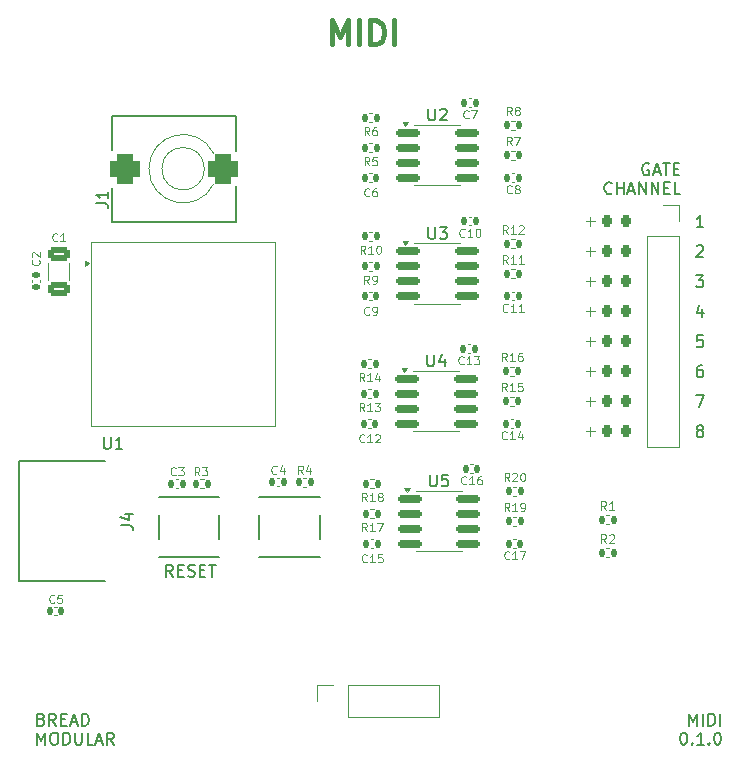
<source format=gbr>
%TF.GenerationSoftware,KiCad,Pcbnew,8.0.5*%
%TF.CreationDate,2024-11-19T03:03:03+05:30*%
%TF.ProjectId,midi,6d696469-2e6b-4696-9361-645f70636258,rev?*%
%TF.SameCoordinates,Original*%
%TF.FileFunction,Legend,Top*%
%TF.FilePolarity,Positive*%
%FSLAX46Y46*%
G04 Gerber Fmt 4.6, Leading zero omitted, Abs format (unit mm)*
G04 Created by KiCad (PCBNEW 8.0.5) date 2024-11-19 03:03:03*
%MOMM*%
%LPD*%
G01*
G04 APERTURE LIST*
G04 Aperture macros list*
%AMRoundRect*
0 Rectangle with rounded corners*
0 $1 Rounding radius*
0 $2 $3 $4 $5 $6 $7 $8 $9 X,Y pos of 4 corners*
0 Add a 4 corners polygon primitive as box body*
4,1,4,$2,$3,$4,$5,$6,$7,$8,$9,$2,$3,0*
0 Add four circle primitives for the rounded corners*
1,1,$1+$1,$2,$3*
1,1,$1+$1,$4,$5*
1,1,$1+$1,$6,$7*
1,1,$1+$1,$8,$9*
0 Add four rect primitives between the rounded corners*
20,1,$1+$1,$2,$3,$4,$5,0*
20,1,$1+$1,$4,$5,$6,$7,0*
20,1,$1+$1,$6,$7,$8,$9,0*
20,1,$1+$1,$8,$9,$2,$3,0*%
%AMOutline5P*
0 Free polygon, 5 corners , with rotation*
0 The origin of the aperture is its center*
0 number of corners: always 5*
0 $1 to $10 corner X, Y*
0 $11 Rotation angle, in degrees counterclockwise*
0 create outline with 5 corners*
4,1,5,$1,$2,$3,$4,$5,$6,$7,$8,$9,$10,$1,$2,$11*%
%AMOutline6P*
0 Free polygon, 6 corners , with rotation*
0 The origin of the aperture is its center*
0 number of corners: always 6*
0 $1 to $12 corner X, Y*
0 $13 Rotation angle, in degrees counterclockwise*
0 create outline with 6 corners*
4,1,6,$1,$2,$3,$4,$5,$6,$7,$8,$9,$10,$11,$12,$1,$2,$13*%
%AMOutline7P*
0 Free polygon, 7 corners , with rotation*
0 The origin of the aperture is its center*
0 number of corners: always 7*
0 $1 to $14 corner X, Y*
0 $15 Rotation angle, in degrees counterclockwise*
0 create outline with 7 corners*
4,1,7,$1,$2,$3,$4,$5,$6,$7,$8,$9,$10,$11,$12,$13,$14,$1,$2,$15*%
%AMOutline8P*
0 Free polygon, 8 corners , with rotation*
0 The origin of the aperture is its center*
0 number of corners: always 8*
0 $1 to $16 corner X, Y*
0 $17 Rotation angle, in degrees counterclockwise*
0 create outline with 8 corners*
4,1,8,$1,$2,$3,$4,$5,$6,$7,$8,$9,$10,$11,$12,$13,$14,$15,$16,$1,$2,$17*%
G04 Aperture macros list end*
%ADD10C,0.150000*%
%ADD11C,0.400000*%
%ADD12C,0.200000*%
%ADD13C,0.100000*%
%ADD14C,0.120000*%
%ADD15RoundRect,0.135000X-0.135000X-0.185000X0.135000X-0.185000X0.135000X0.185000X-0.135000X0.185000X0*%
%ADD16RoundRect,0.140000X0.140000X0.170000X-0.140000X0.170000X-0.140000X-0.170000X0.140000X-0.170000X0*%
%ADD17RoundRect,0.135000X0.135000X0.185000X-0.135000X0.185000X-0.135000X-0.185000X0.135000X-0.185000X0*%
%ADD18RoundRect,0.140000X-0.140000X-0.170000X0.140000X-0.170000X0.140000X0.170000X-0.140000X0.170000X0*%
%ADD19RoundRect,0.218750X0.218750X0.256250X-0.218750X0.256250X-0.218750X-0.256250X0.218750X-0.256250X0*%
%ADD20R,1.000000X0.750000*%
%ADD21RoundRect,0.650000X0.650000X-0.650000X0.650000X0.650000X-0.650000X0.650000X-0.650000X-0.650000X0*%
%ADD22O,2.100000X3.100000*%
%ADD23R,1.700000X1.700000*%
%ADD24O,1.700000X1.700000*%
%ADD25C,0.650000*%
%ADD26R,1.450000X0.600000*%
%ADD27R,1.450000X0.300000*%
%ADD28RoundRect,0.150000X-0.825000X-0.150000X0.825000X-0.150000X0.825000X0.150000X-0.825000X0.150000X0*%
%ADD29R,2.290000X3.000000*%
%ADD30RoundRect,0.250000X0.650000X-0.325000X0.650000X0.325000X-0.650000X0.325000X-0.650000X-0.325000X0*%
%ADD31RoundRect,0.140000X0.170000X-0.140000X0.170000X0.140000X-0.170000X0.140000X-0.170000X-0.140000X0*%
%ADD32R,0.800000X0.400000*%
%ADD33R,0.400000X0.800000*%
%ADD34Outline5P,-0.600000X0.204000X-0.204000X0.600000X0.600000X0.600000X0.600000X-0.600000X-0.600000X-0.600000X0.000000*%
%ADD35R,1.200000X1.200000*%
%ADD36R,0.800000X0.800000*%
%ADD37R,2.000000X2.000000*%
%ADD38O,2.000000X2.000000*%
G04 APERTURE END LIST*
D10*
X104619636Y-81213390D02*
X104524398Y-81165771D01*
X104524398Y-81165771D02*
X104476779Y-81118152D01*
X104476779Y-81118152D02*
X104429160Y-81022914D01*
X104429160Y-81022914D02*
X104429160Y-80975295D01*
X104429160Y-80975295D02*
X104476779Y-80880057D01*
X104476779Y-80880057D02*
X104524398Y-80832438D01*
X104524398Y-80832438D02*
X104619636Y-80784819D01*
X104619636Y-80784819D02*
X104810112Y-80784819D01*
X104810112Y-80784819D02*
X104905350Y-80832438D01*
X104905350Y-80832438D02*
X104952969Y-80880057D01*
X104952969Y-80880057D02*
X105000588Y-80975295D01*
X105000588Y-80975295D02*
X105000588Y-81022914D01*
X105000588Y-81022914D02*
X104952969Y-81118152D01*
X104952969Y-81118152D02*
X104905350Y-81165771D01*
X104905350Y-81165771D02*
X104810112Y-81213390D01*
X104810112Y-81213390D02*
X104619636Y-81213390D01*
X104619636Y-81213390D02*
X104524398Y-81261009D01*
X104524398Y-81261009D02*
X104476779Y-81308628D01*
X104476779Y-81308628D02*
X104429160Y-81403866D01*
X104429160Y-81403866D02*
X104429160Y-81594342D01*
X104429160Y-81594342D02*
X104476779Y-81689580D01*
X104476779Y-81689580D02*
X104524398Y-81737200D01*
X104524398Y-81737200D02*
X104619636Y-81784819D01*
X104619636Y-81784819D02*
X104810112Y-81784819D01*
X104810112Y-81784819D02*
X104905350Y-81737200D01*
X104905350Y-81737200D02*
X104952969Y-81689580D01*
X104952969Y-81689580D02*
X105000588Y-81594342D01*
X105000588Y-81594342D02*
X105000588Y-81403866D01*
X105000588Y-81403866D02*
X104952969Y-81308628D01*
X104952969Y-81308628D02*
X104905350Y-81261009D01*
X104905350Y-81261009D02*
X104810112Y-81213390D01*
X104381541Y-78244819D02*
X105048207Y-78244819D01*
X105048207Y-78244819D02*
X104619636Y-79244819D01*
X104905350Y-75704819D02*
X104714874Y-75704819D01*
X104714874Y-75704819D02*
X104619636Y-75752438D01*
X104619636Y-75752438D02*
X104572017Y-75800057D01*
X104572017Y-75800057D02*
X104476779Y-75942914D01*
X104476779Y-75942914D02*
X104429160Y-76133390D01*
X104429160Y-76133390D02*
X104429160Y-76514342D01*
X104429160Y-76514342D02*
X104476779Y-76609580D01*
X104476779Y-76609580D02*
X104524398Y-76657200D01*
X104524398Y-76657200D02*
X104619636Y-76704819D01*
X104619636Y-76704819D02*
X104810112Y-76704819D01*
X104810112Y-76704819D02*
X104905350Y-76657200D01*
X104905350Y-76657200D02*
X104952969Y-76609580D01*
X104952969Y-76609580D02*
X105000588Y-76514342D01*
X105000588Y-76514342D02*
X105000588Y-76276247D01*
X105000588Y-76276247D02*
X104952969Y-76181009D01*
X104952969Y-76181009D02*
X104905350Y-76133390D01*
X104905350Y-76133390D02*
X104810112Y-76085771D01*
X104810112Y-76085771D02*
X104619636Y-76085771D01*
X104619636Y-76085771D02*
X104524398Y-76133390D01*
X104524398Y-76133390D02*
X104476779Y-76181009D01*
X104476779Y-76181009D02*
X104429160Y-76276247D01*
X104952969Y-73164819D02*
X104476779Y-73164819D01*
X104476779Y-73164819D02*
X104429160Y-73641009D01*
X104429160Y-73641009D02*
X104476779Y-73593390D01*
X104476779Y-73593390D02*
X104572017Y-73545771D01*
X104572017Y-73545771D02*
X104810112Y-73545771D01*
X104810112Y-73545771D02*
X104905350Y-73593390D01*
X104905350Y-73593390D02*
X104952969Y-73641009D01*
X104952969Y-73641009D02*
X105000588Y-73736247D01*
X105000588Y-73736247D02*
X105000588Y-73974342D01*
X105000588Y-73974342D02*
X104952969Y-74069580D01*
X104952969Y-74069580D02*
X104905350Y-74117200D01*
X104905350Y-74117200D02*
X104810112Y-74164819D01*
X104810112Y-74164819D02*
X104572017Y-74164819D01*
X104572017Y-74164819D02*
X104476779Y-74117200D01*
X104476779Y-74117200D02*
X104429160Y-74069580D01*
X104905350Y-70958152D02*
X104905350Y-71624819D01*
X104667255Y-70577200D02*
X104429160Y-71291485D01*
X104429160Y-71291485D02*
X105048207Y-71291485D01*
X104381541Y-68084819D02*
X105000588Y-68084819D01*
X105000588Y-68084819D02*
X104667255Y-68465771D01*
X104667255Y-68465771D02*
X104810112Y-68465771D01*
X104810112Y-68465771D02*
X104905350Y-68513390D01*
X104905350Y-68513390D02*
X104952969Y-68561009D01*
X104952969Y-68561009D02*
X105000588Y-68656247D01*
X105000588Y-68656247D02*
X105000588Y-68894342D01*
X105000588Y-68894342D02*
X104952969Y-68989580D01*
X104952969Y-68989580D02*
X104905350Y-69037200D01*
X104905350Y-69037200D02*
X104810112Y-69084819D01*
X104810112Y-69084819D02*
X104524398Y-69084819D01*
X104524398Y-69084819D02*
X104429160Y-69037200D01*
X104429160Y-69037200D02*
X104381541Y-68989580D01*
X104429160Y-65640057D02*
X104476779Y-65592438D01*
X104476779Y-65592438D02*
X104572017Y-65544819D01*
X104572017Y-65544819D02*
X104810112Y-65544819D01*
X104810112Y-65544819D02*
X104905350Y-65592438D01*
X104905350Y-65592438D02*
X104952969Y-65640057D01*
X104952969Y-65640057D02*
X105000588Y-65735295D01*
X105000588Y-65735295D02*
X105000588Y-65830533D01*
X105000588Y-65830533D02*
X104952969Y-65973390D01*
X104952969Y-65973390D02*
X104381541Y-66544819D01*
X104381541Y-66544819D02*
X105000588Y-66544819D01*
X105000588Y-64004819D02*
X104429160Y-64004819D01*
X104714874Y-64004819D02*
X104714874Y-63004819D01*
X104714874Y-63004819D02*
X104619636Y-63147676D01*
X104619636Y-63147676D02*
X104524398Y-63242914D01*
X104524398Y-63242914D02*
X104429160Y-63290533D01*
X100390410Y-58648494D02*
X100295172Y-58600875D01*
X100295172Y-58600875D02*
X100152315Y-58600875D01*
X100152315Y-58600875D02*
X100009458Y-58648494D01*
X100009458Y-58648494D02*
X99914220Y-58743732D01*
X99914220Y-58743732D02*
X99866601Y-58838970D01*
X99866601Y-58838970D02*
X99818982Y-59029446D01*
X99818982Y-59029446D02*
X99818982Y-59172303D01*
X99818982Y-59172303D02*
X99866601Y-59362779D01*
X99866601Y-59362779D02*
X99914220Y-59458017D01*
X99914220Y-59458017D02*
X100009458Y-59553256D01*
X100009458Y-59553256D02*
X100152315Y-59600875D01*
X100152315Y-59600875D02*
X100247553Y-59600875D01*
X100247553Y-59600875D02*
X100390410Y-59553256D01*
X100390410Y-59553256D02*
X100438029Y-59505636D01*
X100438029Y-59505636D02*
X100438029Y-59172303D01*
X100438029Y-59172303D02*
X100247553Y-59172303D01*
X100818982Y-59315160D02*
X101295172Y-59315160D01*
X100723744Y-59600875D02*
X101057077Y-58600875D01*
X101057077Y-58600875D02*
X101390410Y-59600875D01*
X101580887Y-58600875D02*
X102152315Y-58600875D01*
X101866601Y-59600875D02*
X101866601Y-58600875D01*
X102485649Y-59077065D02*
X102818982Y-59077065D01*
X102961839Y-59600875D02*
X102485649Y-59600875D01*
X102485649Y-59600875D02*
X102485649Y-58600875D01*
X102485649Y-58600875D02*
X102961839Y-58600875D01*
X97247553Y-61115580D02*
X97199934Y-61163200D01*
X97199934Y-61163200D02*
X97057077Y-61210819D01*
X97057077Y-61210819D02*
X96961839Y-61210819D01*
X96961839Y-61210819D02*
X96818982Y-61163200D01*
X96818982Y-61163200D02*
X96723744Y-61067961D01*
X96723744Y-61067961D02*
X96676125Y-60972723D01*
X96676125Y-60972723D02*
X96628506Y-60782247D01*
X96628506Y-60782247D02*
X96628506Y-60639390D01*
X96628506Y-60639390D02*
X96676125Y-60448914D01*
X96676125Y-60448914D02*
X96723744Y-60353676D01*
X96723744Y-60353676D02*
X96818982Y-60258438D01*
X96818982Y-60258438D02*
X96961839Y-60210819D01*
X96961839Y-60210819D02*
X97057077Y-60210819D01*
X97057077Y-60210819D02*
X97199934Y-60258438D01*
X97199934Y-60258438D02*
X97247553Y-60306057D01*
X97676125Y-61210819D02*
X97676125Y-60210819D01*
X97676125Y-60687009D02*
X98247553Y-60687009D01*
X98247553Y-61210819D02*
X98247553Y-60210819D01*
X98676125Y-60925104D02*
X99152315Y-60925104D01*
X98580887Y-61210819D02*
X98914220Y-60210819D01*
X98914220Y-60210819D02*
X99247553Y-61210819D01*
X99580887Y-61210819D02*
X99580887Y-60210819D01*
X99580887Y-60210819D02*
X100152315Y-61210819D01*
X100152315Y-61210819D02*
X100152315Y-60210819D01*
X100628506Y-61210819D02*
X100628506Y-60210819D01*
X100628506Y-60210819D02*
X101199934Y-61210819D01*
X101199934Y-61210819D02*
X101199934Y-60210819D01*
X101676125Y-60687009D02*
X102009458Y-60687009D01*
X102152315Y-61210819D02*
X101676125Y-61210819D01*
X101676125Y-61210819D02*
X101676125Y-60210819D01*
X101676125Y-60210819D02*
X102152315Y-60210819D01*
X103057077Y-61210819D02*
X102580887Y-61210819D01*
X102580887Y-61210819D02*
X102580887Y-60210819D01*
X60090207Y-93595819D02*
X59756874Y-93119628D01*
X59518779Y-93595819D02*
X59518779Y-92595819D01*
X59518779Y-92595819D02*
X59899731Y-92595819D01*
X59899731Y-92595819D02*
X59994969Y-92643438D01*
X59994969Y-92643438D02*
X60042588Y-92691057D01*
X60042588Y-92691057D02*
X60090207Y-92786295D01*
X60090207Y-92786295D02*
X60090207Y-92929152D01*
X60090207Y-92929152D02*
X60042588Y-93024390D01*
X60042588Y-93024390D02*
X59994969Y-93072009D01*
X59994969Y-93072009D02*
X59899731Y-93119628D01*
X59899731Y-93119628D02*
X59518779Y-93119628D01*
X60518779Y-93072009D02*
X60852112Y-93072009D01*
X60994969Y-93595819D02*
X60518779Y-93595819D01*
X60518779Y-93595819D02*
X60518779Y-92595819D01*
X60518779Y-92595819D02*
X60994969Y-92595819D01*
X61375922Y-93548200D02*
X61518779Y-93595819D01*
X61518779Y-93595819D02*
X61756874Y-93595819D01*
X61756874Y-93595819D02*
X61852112Y-93548200D01*
X61852112Y-93548200D02*
X61899731Y-93500580D01*
X61899731Y-93500580D02*
X61947350Y-93405342D01*
X61947350Y-93405342D02*
X61947350Y-93310104D01*
X61947350Y-93310104D02*
X61899731Y-93214866D01*
X61899731Y-93214866D02*
X61852112Y-93167247D01*
X61852112Y-93167247D02*
X61756874Y-93119628D01*
X61756874Y-93119628D02*
X61566398Y-93072009D01*
X61566398Y-93072009D02*
X61471160Y-93024390D01*
X61471160Y-93024390D02*
X61423541Y-92976771D01*
X61423541Y-92976771D02*
X61375922Y-92881533D01*
X61375922Y-92881533D02*
X61375922Y-92786295D01*
X61375922Y-92786295D02*
X61423541Y-92691057D01*
X61423541Y-92691057D02*
X61471160Y-92643438D01*
X61471160Y-92643438D02*
X61566398Y-92595819D01*
X61566398Y-92595819D02*
X61804493Y-92595819D01*
X61804493Y-92595819D02*
X61947350Y-92643438D01*
X62375922Y-93072009D02*
X62709255Y-93072009D01*
X62852112Y-93595819D02*
X62375922Y-93595819D01*
X62375922Y-93595819D02*
X62375922Y-92595819D01*
X62375922Y-92595819D02*
X62852112Y-92595819D01*
X63137827Y-92595819D02*
X63709255Y-92595819D01*
X63423541Y-93595819D02*
X63423541Y-92595819D01*
D11*
X73580952Y-48502438D02*
X73580952Y-46502438D01*
X73580952Y-46502438D02*
X74247619Y-47931009D01*
X74247619Y-47931009D02*
X74914285Y-46502438D01*
X74914285Y-46502438D02*
X74914285Y-48502438D01*
X75866666Y-48502438D02*
X75866666Y-46502438D01*
X76819047Y-48502438D02*
X76819047Y-46502438D01*
X76819047Y-46502438D02*
X77295237Y-46502438D01*
X77295237Y-46502438D02*
X77580952Y-46597676D01*
X77580952Y-46597676D02*
X77771428Y-46788152D01*
X77771428Y-46788152D02*
X77866666Y-46978628D01*
X77866666Y-46978628D02*
X77961904Y-47359580D01*
X77961904Y-47359580D02*
X77961904Y-47645295D01*
X77961904Y-47645295D02*
X77866666Y-48026247D01*
X77866666Y-48026247D02*
X77771428Y-48216723D01*
X77771428Y-48216723D02*
X77580952Y-48407200D01*
X77580952Y-48407200D02*
X77295237Y-48502438D01*
X77295237Y-48502438D02*
X76819047Y-48502438D01*
X78819047Y-48502438D02*
X78819047Y-46502438D01*
D12*
X103818280Y-106207275D02*
X103818280Y-105207275D01*
X103818280Y-105207275D02*
X104151613Y-105921560D01*
X104151613Y-105921560D02*
X104484946Y-105207275D01*
X104484946Y-105207275D02*
X104484946Y-106207275D01*
X104961137Y-106207275D02*
X104961137Y-105207275D01*
X105437327Y-106207275D02*
X105437327Y-105207275D01*
X105437327Y-105207275D02*
X105675422Y-105207275D01*
X105675422Y-105207275D02*
X105818279Y-105254894D01*
X105818279Y-105254894D02*
X105913517Y-105350132D01*
X105913517Y-105350132D02*
X105961136Y-105445370D01*
X105961136Y-105445370D02*
X106008755Y-105635846D01*
X106008755Y-105635846D02*
X106008755Y-105778703D01*
X106008755Y-105778703D02*
X105961136Y-105969179D01*
X105961136Y-105969179D02*
X105913517Y-106064417D01*
X105913517Y-106064417D02*
X105818279Y-106159656D01*
X105818279Y-106159656D02*
X105675422Y-106207275D01*
X105675422Y-106207275D02*
X105437327Y-106207275D01*
X106437327Y-106207275D02*
X106437327Y-105207275D01*
X103294470Y-106817219D02*
X103389708Y-106817219D01*
X103389708Y-106817219D02*
X103484946Y-106864838D01*
X103484946Y-106864838D02*
X103532565Y-106912457D01*
X103532565Y-106912457D02*
X103580184Y-107007695D01*
X103580184Y-107007695D02*
X103627803Y-107198171D01*
X103627803Y-107198171D02*
X103627803Y-107436266D01*
X103627803Y-107436266D02*
X103580184Y-107626742D01*
X103580184Y-107626742D02*
X103532565Y-107721980D01*
X103532565Y-107721980D02*
X103484946Y-107769600D01*
X103484946Y-107769600D02*
X103389708Y-107817219D01*
X103389708Y-107817219D02*
X103294470Y-107817219D01*
X103294470Y-107817219D02*
X103199232Y-107769600D01*
X103199232Y-107769600D02*
X103151613Y-107721980D01*
X103151613Y-107721980D02*
X103103994Y-107626742D01*
X103103994Y-107626742D02*
X103056375Y-107436266D01*
X103056375Y-107436266D02*
X103056375Y-107198171D01*
X103056375Y-107198171D02*
X103103994Y-107007695D01*
X103103994Y-107007695D02*
X103151613Y-106912457D01*
X103151613Y-106912457D02*
X103199232Y-106864838D01*
X103199232Y-106864838D02*
X103294470Y-106817219D01*
X104056375Y-107721980D02*
X104103994Y-107769600D01*
X104103994Y-107769600D02*
X104056375Y-107817219D01*
X104056375Y-107817219D02*
X104008756Y-107769600D01*
X104008756Y-107769600D02*
X104056375Y-107721980D01*
X104056375Y-107721980D02*
X104056375Y-107817219D01*
X105056374Y-107817219D02*
X104484946Y-107817219D01*
X104770660Y-107817219D02*
X104770660Y-106817219D01*
X104770660Y-106817219D02*
X104675422Y-106960076D01*
X104675422Y-106960076D02*
X104580184Y-107055314D01*
X104580184Y-107055314D02*
X104484946Y-107102933D01*
X105484946Y-107721980D02*
X105532565Y-107769600D01*
X105532565Y-107769600D02*
X105484946Y-107817219D01*
X105484946Y-107817219D02*
X105437327Y-107769600D01*
X105437327Y-107769600D02*
X105484946Y-107721980D01*
X105484946Y-107721980D02*
X105484946Y-107817219D01*
X106151612Y-106817219D02*
X106246850Y-106817219D01*
X106246850Y-106817219D02*
X106342088Y-106864838D01*
X106342088Y-106864838D02*
X106389707Y-106912457D01*
X106389707Y-106912457D02*
X106437326Y-107007695D01*
X106437326Y-107007695D02*
X106484945Y-107198171D01*
X106484945Y-107198171D02*
X106484945Y-107436266D01*
X106484945Y-107436266D02*
X106437326Y-107626742D01*
X106437326Y-107626742D02*
X106389707Y-107721980D01*
X106389707Y-107721980D02*
X106342088Y-107769600D01*
X106342088Y-107769600D02*
X106246850Y-107817219D01*
X106246850Y-107817219D02*
X106151612Y-107817219D01*
X106151612Y-107817219D02*
X106056374Y-107769600D01*
X106056374Y-107769600D02*
X106008755Y-107721980D01*
X106008755Y-107721980D02*
X105961136Y-107626742D01*
X105961136Y-107626742D02*
X105913517Y-107436266D01*
X105913517Y-107436266D02*
X105913517Y-107198171D01*
X105913517Y-107198171D02*
X105961136Y-107007695D01*
X105961136Y-107007695D02*
X106008755Y-106912457D01*
X106008755Y-106912457D02*
X106056374Y-106864838D01*
X106056374Y-106864838D02*
X106151612Y-106817219D01*
X48963006Y-105683465D02*
X49105863Y-105731084D01*
X49105863Y-105731084D02*
X49153482Y-105778703D01*
X49153482Y-105778703D02*
X49201101Y-105873941D01*
X49201101Y-105873941D02*
X49201101Y-106016798D01*
X49201101Y-106016798D02*
X49153482Y-106112036D01*
X49153482Y-106112036D02*
X49105863Y-106159656D01*
X49105863Y-106159656D02*
X49010625Y-106207275D01*
X49010625Y-106207275D02*
X48629673Y-106207275D01*
X48629673Y-106207275D02*
X48629673Y-105207275D01*
X48629673Y-105207275D02*
X48963006Y-105207275D01*
X48963006Y-105207275D02*
X49058244Y-105254894D01*
X49058244Y-105254894D02*
X49105863Y-105302513D01*
X49105863Y-105302513D02*
X49153482Y-105397751D01*
X49153482Y-105397751D02*
X49153482Y-105492989D01*
X49153482Y-105492989D02*
X49105863Y-105588227D01*
X49105863Y-105588227D02*
X49058244Y-105635846D01*
X49058244Y-105635846D02*
X48963006Y-105683465D01*
X48963006Y-105683465D02*
X48629673Y-105683465D01*
X50201101Y-106207275D02*
X49867768Y-105731084D01*
X49629673Y-106207275D02*
X49629673Y-105207275D01*
X49629673Y-105207275D02*
X50010625Y-105207275D01*
X50010625Y-105207275D02*
X50105863Y-105254894D01*
X50105863Y-105254894D02*
X50153482Y-105302513D01*
X50153482Y-105302513D02*
X50201101Y-105397751D01*
X50201101Y-105397751D02*
X50201101Y-105540608D01*
X50201101Y-105540608D02*
X50153482Y-105635846D01*
X50153482Y-105635846D02*
X50105863Y-105683465D01*
X50105863Y-105683465D02*
X50010625Y-105731084D01*
X50010625Y-105731084D02*
X49629673Y-105731084D01*
X50629673Y-105683465D02*
X50963006Y-105683465D01*
X51105863Y-106207275D02*
X50629673Y-106207275D01*
X50629673Y-106207275D02*
X50629673Y-105207275D01*
X50629673Y-105207275D02*
X51105863Y-105207275D01*
X51486816Y-105921560D02*
X51963006Y-105921560D01*
X51391578Y-106207275D02*
X51724911Y-105207275D01*
X51724911Y-105207275D02*
X52058244Y-106207275D01*
X52391578Y-106207275D02*
X52391578Y-105207275D01*
X52391578Y-105207275D02*
X52629673Y-105207275D01*
X52629673Y-105207275D02*
X52772530Y-105254894D01*
X52772530Y-105254894D02*
X52867768Y-105350132D01*
X52867768Y-105350132D02*
X52915387Y-105445370D01*
X52915387Y-105445370D02*
X52963006Y-105635846D01*
X52963006Y-105635846D02*
X52963006Y-105778703D01*
X52963006Y-105778703D02*
X52915387Y-105969179D01*
X52915387Y-105969179D02*
X52867768Y-106064417D01*
X52867768Y-106064417D02*
X52772530Y-106159656D01*
X52772530Y-106159656D02*
X52629673Y-106207275D01*
X52629673Y-106207275D02*
X52391578Y-106207275D01*
X48629673Y-107817219D02*
X48629673Y-106817219D01*
X48629673Y-106817219D02*
X48963006Y-107531504D01*
X48963006Y-107531504D02*
X49296339Y-106817219D01*
X49296339Y-106817219D02*
X49296339Y-107817219D01*
X49963006Y-106817219D02*
X50153482Y-106817219D01*
X50153482Y-106817219D02*
X50248720Y-106864838D01*
X50248720Y-106864838D02*
X50343958Y-106960076D01*
X50343958Y-106960076D02*
X50391577Y-107150552D01*
X50391577Y-107150552D02*
X50391577Y-107483885D01*
X50391577Y-107483885D02*
X50343958Y-107674361D01*
X50343958Y-107674361D02*
X50248720Y-107769600D01*
X50248720Y-107769600D02*
X50153482Y-107817219D01*
X50153482Y-107817219D02*
X49963006Y-107817219D01*
X49963006Y-107817219D02*
X49867768Y-107769600D01*
X49867768Y-107769600D02*
X49772530Y-107674361D01*
X49772530Y-107674361D02*
X49724911Y-107483885D01*
X49724911Y-107483885D02*
X49724911Y-107150552D01*
X49724911Y-107150552D02*
X49772530Y-106960076D01*
X49772530Y-106960076D02*
X49867768Y-106864838D01*
X49867768Y-106864838D02*
X49963006Y-106817219D01*
X50820149Y-107817219D02*
X50820149Y-106817219D01*
X50820149Y-106817219D02*
X51058244Y-106817219D01*
X51058244Y-106817219D02*
X51201101Y-106864838D01*
X51201101Y-106864838D02*
X51296339Y-106960076D01*
X51296339Y-106960076D02*
X51343958Y-107055314D01*
X51343958Y-107055314D02*
X51391577Y-107245790D01*
X51391577Y-107245790D02*
X51391577Y-107388647D01*
X51391577Y-107388647D02*
X51343958Y-107579123D01*
X51343958Y-107579123D02*
X51296339Y-107674361D01*
X51296339Y-107674361D02*
X51201101Y-107769600D01*
X51201101Y-107769600D02*
X51058244Y-107817219D01*
X51058244Y-107817219D02*
X50820149Y-107817219D01*
X51820149Y-106817219D02*
X51820149Y-107626742D01*
X51820149Y-107626742D02*
X51867768Y-107721980D01*
X51867768Y-107721980D02*
X51915387Y-107769600D01*
X51915387Y-107769600D02*
X52010625Y-107817219D01*
X52010625Y-107817219D02*
X52201101Y-107817219D01*
X52201101Y-107817219D02*
X52296339Y-107769600D01*
X52296339Y-107769600D02*
X52343958Y-107721980D01*
X52343958Y-107721980D02*
X52391577Y-107626742D01*
X52391577Y-107626742D02*
X52391577Y-106817219D01*
X53343958Y-107817219D02*
X52867768Y-107817219D01*
X52867768Y-107817219D02*
X52867768Y-106817219D01*
X53629673Y-107531504D02*
X54105863Y-107531504D01*
X53534435Y-107817219D02*
X53867768Y-106817219D01*
X53867768Y-106817219D02*
X54201101Y-107817219D01*
X55105863Y-107817219D02*
X54772530Y-107341028D01*
X54534435Y-107817219D02*
X54534435Y-106817219D01*
X54534435Y-106817219D02*
X54915387Y-106817219D01*
X54915387Y-106817219D02*
X55010625Y-106864838D01*
X55010625Y-106864838D02*
X55058244Y-106912457D01*
X55058244Y-106912457D02*
X55105863Y-107007695D01*
X55105863Y-107007695D02*
X55105863Y-107150552D01*
X55105863Y-107150552D02*
X55058244Y-107245790D01*
X55058244Y-107245790D02*
X55010625Y-107293409D01*
X55010625Y-107293409D02*
X54915387Y-107341028D01*
X54915387Y-107341028D02*
X54534435Y-107341028D01*
D13*
X88449089Y-67093633D02*
X88215756Y-66760300D01*
X88049089Y-67093633D02*
X88049089Y-66393633D01*
X88049089Y-66393633D02*
X88315756Y-66393633D01*
X88315756Y-66393633D02*
X88382423Y-66426966D01*
X88382423Y-66426966D02*
X88415756Y-66460300D01*
X88415756Y-66460300D02*
X88449089Y-66526966D01*
X88449089Y-66526966D02*
X88449089Y-66626966D01*
X88449089Y-66626966D02*
X88415756Y-66693633D01*
X88415756Y-66693633D02*
X88382423Y-66726966D01*
X88382423Y-66726966D02*
X88315756Y-66760300D01*
X88315756Y-66760300D02*
X88049089Y-66760300D01*
X89115756Y-67093633D02*
X88715756Y-67093633D01*
X88915756Y-67093633D02*
X88915756Y-66393633D01*
X88915756Y-66393633D02*
X88849089Y-66493633D01*
X88849089Y-66493633D02*
X88782423Y-66560300D01*
X88782423Y-66560300D02*
X88715756Y-66593633D01*
X89782423Y-67093633D02*
X89382423Y-67093633D01*
X89582423Y-67093633D02*
X89582423Y-66393633D01*
X89582423Y-66393633D02*
X89515756Y-66493633D01*
X89515756Y-66493633D02*
X89449090Y-66560300D01*
X89449090Y-66560300D02*
X89382423Y-66593633D01*
X88579999Y-92072966D02*
X88546666Y-92106300D01*
X88546666Y-92106300D02*
X88446666Y-92139633D01*
X88446666Y-92139633D02*
X88379999Y-92139633D01*
X88379999Y-92139633D02*
X88279999Y-92106300D01*
X88279999Y-92106300D02*
X88213333Y-92039633D01*
X88213333Y-92039633D02*
X88179999Y-91972966D01*
X88179999Y-91972966D02*
X88146666Y-91839633D01*
X88146666Y-91839633D02*
X88146666Y-91739633D01*
X88146666Y-91739633D02*
X88179999Y-91606300D01*
X88179999Y-91606300D02*
X88213333Y-91539633D01*
X88213333Y-91539633D02*
X88279999Y-91472966D01*
X88279999Y-91472966D02*
X88379999Y-91439633D01*
X88379999Y-91439633D02*
X88446666Y-91439633D01*
X88446666Y-91439633D02*
X88546666Y-91472966D01*
X88546666Y-91472966D02*
X88579999Y-91506300D01*
X89246666Y-92139633D02*
X88846666Y-92139633D01*
X89046666Y-92139633D02*
X89046666Y-91439633D01*
X89046666Y-91439633D02*
X88979999Y-91539633D01*
X88979999Y-91539633D02*
X88913333Y-91606300D01*
X88913333Y-91606300D02*
X88846666Y-91639633D01*
X89480000Y-91439633D02*
X89946666Y-91439633D01*
X89946666Y-91439633D02*
X89646666Y-92139633D01*
X62339333Y-85027633D02*
X62106000Y-84694300D01*
X61939333Y-85027633D02*
X61939333Y-84327633D01*
X61939333Y-84327633D02*
X62206000Y-84327633D01*
X62206000Y-84327633D02*
X62272667Y-84360966D01*
X62272667Y-84360966D02*
X62306000Y-84394300D01*
X62306000Y-84394300D02*
X62339333Y-84460966D01*
X62339333Y-84460966D02*
X62339333Y-84560966D01*
X62339333Y-84560966D02*
X62306000Y-84627633D01*
X62306000Y-84627633D02*
X62272667Y-84660966D01*
X62272667Y-84660966D02*
X62206000Y-84694300D01*
X62206000Y-84694300D02*
X61939333Y-84694300D01*
X62572667Y-84327633D02*
X63006000Y-84327633D01*
X63006000Y-84327633D02*
X62772667Y-84594300D01*
X62772667Y-84594300D02*
X62872667Y-84594300D01*
X62872667Y-84594300D02*
X62939333Y-84627633D01*
X62939333Y-84627633D02*
X62972667Y-84660966D01*
X62972667Y-84660966D02*
X63006000Y-84727633D01*
X63006000Y-84727633D02*
X63006000Y-84894300D01*
X63006000Y-84894300D02*
X62972667Y-84960966D01*
X62972667Y-84960966D02*
X62939333Y-84994300D01*
X62939333Y-84994300D02*
X62872667Y-85027633D01*
X62872667Y-85027633D02*
X62672667Y-85027633D01*
X62672667Y-85027633D02*
X62606000Y-84994300D01*
X62606000Y-84994300D02*
X62572667Y-84960966D01*
X88579999Y-85508633D02*
X88346666Y-85175300D01*
X88179999Y-85508633D02*
X88179999Y-84808633D01*
X88179999Y-84808633D02*
X88446666Y-84808633D01*
X88446666Y-84808633D02*
X88513333Y-84841966D01*
X88513333Y-84841966D02*
X88546666Y-84875300D01*
X88546666Y-84875300D02*
X88579999Y-84941966D01*
X88579999Y-84941966D02*
X88579999Y-85041966D01*
X88579999Y-85041966D02*
X88546666Y-85108633D01*
X88546666Y-85108633D02*
X88513333Y-85141966D01*
X88513333Y-85141966D02*
X88446666Y-85175300D01*
X88446666Y-85175300D02*
X88179999Y-85175300D01*
X88846666Y-84875300D02*
X88879999Y-84841966D01*
X88879999Y-84841966D02*
X88946666Y-84808633D01*
X88946666Y-84808633D02*
X89113333Y-84808633D01*
X89113333Y-84808633D02*
X89179999Y-84841966D01*
X89179999Y-84841966D02*
X89213333Y-84875300D01*
X89213333Y-84875300D02*
X89246666Y-84941966D01*
X89246666Y-84941966D02*
X89246666Y-85008633D01*
X89246666Y-85008633D02*
X89213333Y-85108633D01*
X89213333Y-85108633D02*
X88813333Y-85508633D01*
X88813333Y-85508633D02*
X89246666Y-85508633D01*
X89680000Y-84808633D02*
X89746666Y-84808633D01*
X89746666Y-84808633D02*
X89813333Y-84841966D01*
X89813333Y-84841966D02*
X89846666Y-84875300D01*
X89846666Y-84875300D02*
X89880000Y-84941966D01*
X89880000Y-84941966D02*
X89913333Y-85075300D01*
X89913333Y-85075300D02*
X89913333Y-85241966D01*
X89913333Y-85241966D02*
X89880000Y-85375300D01*
X89880000Y-85375300D02*
X89846666Y-85441966D01*
X89846666Y-85441966D02*
X89813333Y-85475300D01*
X89813333Y-85475300D02*
X89746666Y-85508633D01*
X89746666Y-85508633D02*
X89680000Y-85508633D01*
X89680000Y-85508633D02*
X89613333Y-85475300D01*
X89613333Y-85475300D02*
X89580000Y-85441966D01*
X89580000Y-85441966D02*
X89546666Y-85375300D01*
X89546666Y-85375300D02*
X89513333Y-85241966D01*
X89513333Y-85241966D02*
X89513333Y-85075300D01*
X89513333Y-85075300D02*
X89546666Y-84941966D01*
X89546666Y-84941966D02*
X89580000Y-84875300D01*
X89580000Y-84875300D02*
X89613333Y-84841966D01*
X89613333Y-84841966D02*
X89680000Y-84808633D01*
X76297499Y-77053633D02*
X76064166Y-76720300D01*
X75897499Y-77053633D02*
X75897499Y-76353633D01*
X75897499Y-76353633D02*
X76164166Y-76353633D01*
X76164166Y-76353633D02*
X76230833Y-76386966D01*
X76230833Y-76386966D02*
X76264166Y-76420300D01*
X76264166Y-76420300D02*
X76297499Y-76486966D01*
X76297499Y-76486966D02*
X76297499Y-76586966D01*
X76297499Y-76586966D02*
X76264166Y-76653633D01*
X76264166Y-76653633D02*
X76230833Y-76686966D01*
X76230833Y-76686966D02*
X76164166Y-76720300D01*
X76164166Y-76720300D02*
X75897499Y-76720300D01*
X76964166Y-77053633D02*
X76564166Y-77053633D01*
X76764166Y-77053633D02*
X76764166Y-76353633D01*
X76764166Y-76353633D02*
X76697499Y-76453633D01*
X76697499Y-76453633D02*
X76630833Y-76520300D01*
X76630833Y-76520300D02*
X76564166Y-76553633D01*
X77564166Y-76586966D02*
X77564166Y-77053633D01*
X77397500Y-76320300D02*
X77230833Y-76820300D01*
X77230833Y-76820300D02*
X77664166Y-76820300D01*
X60335333Y-84960966D02*
X60302000Y-84994300D01*
X60302000Y-84994300D02*
X60202000Y-85027633D01*
X60202000Y-85027633D02*
X60135333Y-85027633D01*
X60135333Y-85027633D02*
X60035333Y-84994300D01*
X60035333Y-84994300D02*
X59968667Y-84927633D01*
X59968667Y-84927633D02*
X59935333Y-84860966D01*
X59935333Y-84860966D02*
X59902000Y-84727633D01*
X59902000Y-84727633D02*
X59902000Y-84627633D01*
X59902000Y-84627633D02*
X59935333Y-84494300D01*
X59935333Y-84494300D02*
X59968667Y-84427633D01*
X59968667Y-84427633D02*
X60035333Y-84360966D01*
X60035333Y-84360966D02*
X60135333Y-84327633D01*
X60135333Y-84327633D02*
X60202000Y-84327633D01*
X60202000Y-84327633D02*
X60302000Y-84360966D01*
X60302000Y-84360966D02*
X60335333Y-84394300D01*
X60568667Y-84327633D02*
X61002000Y-84327633D01*
X61002000Y-84327633D02*
X60768667Y-84594300D01*
X60768667Y-84594300D02*
X60868667Y-84594300D01*
X60868667Y-84594300D02*
X60935333Y-84627633D01*
X60935333Y-84627633D02*
X60968667Y-84660966D01*
X60968667Y-84660966D02*
X61002000Y-84727633D01*
X61002000Y-84727633D02*
X61002000Y-84894300D01*
X61002000Y-84894300D02*
X60968667Y-84960966D01*
X60968667Y-84960966D02*
X60935333Y-84994300D01*
X60935333Y-84994300D02*
X60868667Y-85027633D01*
X60868667Y-85027633D02*
X60668667Y-85027633D01*
X60668667Y-85027633D02*
X60602000Y-84994300D01*
X60602000Y-84994300D02*
X60568667Y-84960966D01*
X84924999Y-85722966D02*
X84891666Y-85756300D01*
X84891666Y-85756300D02*
X84791666Y-85789633D01*
X84791666Y-85789633D02*
X84724999Y-85789633D01*
X84724999Y-85789633D02*
X84624999Y-85756300D01*
X84624999Y-85756300D02*
X84558333Y-85689633D01*
X84558333Y-85689633D02*
X84524999Y-85622966D01*
X84524999Y-85622966D02*
X84491666Y-85489633D01*
X84491666Y-85489633D02*
X84491666Y-85389633D01*
X84491666Y-85389633D02*
X84524999Y-85256300D01*
X84524999Y-85256300D02*
X84558333Y-85189633D01*
X84558333Y-85189633D02*
X84624999Y-85122966D01*
X84624999Y-85122966D02*
X84724999Y-85089633D01*
X84724999Y-85089633D02*
X84791666Y-85089633D01*
X84791666Y-85089633D02*
X84891666Y-85122966D01*
X84891666Y-85122966D02*
X84924999Y-85156300D01*
X85591666Y-85789633D02*
X85191666Y-85789633D01*
X85391666Y-85789633D02*
X85391666Y-85089633D01*
X85391666Y-85089633D02*
X85324999Y-85189633D01*
X85324999Y-85189633D02*
X85258333Y-85256300D01*
X85258333Y-85256300D02*
X85191666Y-85289633D01*
X86191666Y-85089633D02*
X86058333Y-85089633D01*
X86058333Y-85089633D02*
X85991666Y-85122966D01*
X85991666Y-85122966D02*
X85958333Y-85156300D01*
X85958333Y-85156300D02*
X85891666Y-85256300D01*
X85891666Y-85256300D02*
X85858333Y-85389633D01*
X85858333Y-85389633D02*
X85858333Y-85656300D01*
X85858333Y-85656300D02*
X85891666Y-85722966D01*
X85891666Y-85722966D02*
X85925000Y-85756300D01*
X85925000Y-85756300D02*
X85991666Y-85789633D01*
X85991666Y-85789633D02*
X86125000Y-85789633D01*
X86125000Y-85789633D02*
X86191666Y-85756300D01*
X86191666Y-85756300D02*
X86225000Y-85722966D01*
X86225000Y-85722966D02*
X86258333Y-85656300D01*
X86258333Y-85656300D02*
X86258333Y-85489633D01*
X86258333Y-85489633D02*
X86225000Y-85422966D01*
X86225000Y-85422966D02*
X86191666Y-85389633D01*
X86191666Y-85389633D02*
X86125000Y-85356300D01*
X86125000Y-85356300D02*
X85991666Y-85356300D01*
X85991666Y-85356300D02*
X85925000Y-85389633D01*
X85925000Y-85389633D02*
X85891666Y-85422966D01*
X85891666Y-85422966D02*
X85858333Y-85489633D01*
X95809615Y-73660533D02*
X95047711Y-73660533D01*
X95428663Y-73279580D02*
X95428663Y-74041485D01*
X95809615Y-78740533D02*
X95047711Y-78740533D01*
X95428663Y-78359580D02*
X95428663Y-79121485D01*
D10*
X53614819Y-61988333D02*
X54329104Y-61988333D01*
X54329104Y-61988333D02*
X54471961Y-62035952D01*
X54471961Y-62035952D02*
X54567200Y-62131190D01*
X54567200Y-62131190D02*
X54614819Y-62274047D01*
X54614819Y-62274047D02*
X54614819Y-62369285D01*
X54614819Y-60988333D02*
X54614819Y-61559761D01*
X54614819Y-61274047D02*
X53614819Y-61274047D01*
X53614819Y-61274047D02*
X53757676Y-61369285D01*
X53757676Y-61369285D02*
X53852914Y-61464523D01*
X53852914Y-61464523D02*
X53900533Y-61559761D01*
D13*
X50048333Y-95755966D02*
X50015000Y-95789300D01*
X50015000Y-95789300D02*
X49915000Y-95822633D01*
X49915000Y-95822633D02*
X49848333Y-95822633D01*
X49848333Y-95822633D02*
X49748333Y-95789300D01*
X49748333Y-95789300D02*
X49681667Y-95722633D01*
X49681667Y-95722633D02*
X49648333Y-95655966D01*
X49648333Y-95655966D02*
X49615000Y-95522633D01*
X49615000Y-95522633D02*
X49615000Y-95422633D01*
X49615000Y-95422633D02*
X49648333Y-95289300D01*
X49648333Y-95289300D02*
X49681667Y-95222633D01*
X49681667Y-95222633D02*
X49748333Y-95155966D01*
X49748333Y-95155966D02*
X49848333Y-95122633D01*
X49848333Y-95122633D02*
X49915000Y-95122633D01*
X49915000Y-95122633D02*
X50015000Y-95155966D01*
X50015000Y-95155966D02*
X50048333Y-95189300D01*
X50681667Y-95122633D02*
X50348333Y-95122633D01*
X50348333Y-95122633D02*
X50315000Y-95455966D01*
X50315000Y-95455966D02*
X50348333Y-95422633D01*
X50348333Y-95422633D02*
X50415000Y-95389300D01*
X50415000Y-95389300D02*
X50581667Y-95389300D01*
X50581667Y-95389300D02*
X50648333Y-95422633D01*
X50648333Y-95422633D02*
X50681667Y-95455966D01*
X50681667Y-95455966D02*
X50715000Y-95522633D01*
X50715000Y-95522633D02*
X50715000Y-95689300D01*
X50715000Y-95689300D02*
X50681667Y-95755966D01*
X50681667Y-95755966D02*
X50648333Y-95789300D01*
X50648333Y-95789300D02*
X50581667Y-95822633D01*
X50581667Y-95822633D02*
X50415000Y-95822633D01*
X50415000Y-95822633D02*
X50348333Y-95789300D01*
X50348333Y-95789300D02*
X50315000Y-95755966D01*
X76297499Y-79593633D02*
X76064166Y-79260300D01*
X75897499Y-79593633D02*
X75897499Y-78893633D01*
X75897499Y-78893633D02*
X76164166Y-78893633D01*
X76164166Y-78893633D02*
X76230833Y-78926966D01*
X76230833Y-78926966D02*
X76264166Y-78960300D01*
X76264166Y-78960300D02*
X76297499Y-79026966D01*
X76297499Y-79026966D02*
X76297499Y-79126966D01*
X76297499Y-79126966D02*
X76264166Y-79193633D01*
X76264166Y-79193633D02*
X76230833Y-79226966D01*
X76230833Y-79226966D02*
X76164166Y-79260300D01*
X76164166Y-79260300D02*
X75897499Y-79260300D01*
X76964166Y-79593633D02*
X76564166Y-79593633D01*
X76764166Y-79593633D02*
X76764166Y-78893633D01*
X76764166Y-78893633D02*
X76697499Y-78993633D01*
X76697499Y-78993633D02*
X76630833Y-79060300D01*
X76630833Y-79060300D02*
X76564166Y-79093633D01*
X77197500Y-78893633D02*
X77630833Y-78893633D01*
X77630833Y-78893633D02*
X77397500Y-79160300D01*
X77397500Y-79160300D02*
X77497500Y-79160300D01*
X77497500Y-79160300D02*
X77564166Y-79193633D01*
X77564166Y-79193633D02*
X77597500Y-79226966D01*
X77597500Y-79226966D02*
X77630833Y-79293633D01*
X77630833Y-79293633D02*
X77630833Y-79460300D01*
X77630833Y-79460300D02*
X77597500Y-79526966D01*
X77597500Y-79526966D02*
X77564166Y-79560300D01*
X77564166Y-79560300D02*
X77497500Y-79593633D01*
X77497500Y-79593633D02*
X77297500Y-79593633D01*
X77297500Y-79593633D02*
X77230833Y-79560300D01*
X77230833Y-79560300D02*
X77197500Y-79526966D01*
X88449089Y-64553633D02*
X88215756Y-64220300D01*
X88049089Y-64553633D02*
X88049089Y-63853633D01*
X88049089Y-63853633D02*
X88315756Y-63853633D01*
X88315756Y-63853633D02*
X88382423Y-63886966D01*
X88382423Y-63886966D02*
X88415756Y-63920300D01*
X88415756Y-63920300D02*
X88449089Y-63986966D01*
X88449089Y-63986966D02*
X88449089Y-64086966D01*
X88449089Y-64086966D02*
X88415756Y-64153633D01*
X88415756Y-64153633D02*
X88382423Y-64186966D01*
X88382423Y-64186966D02*
X88315756Y-64220300D01*
X88315756Y-64220300D02*
X88049089Y-64220300D01*
X89115756Y-64553633D02*
X88715756Y-64553633D01*
X88915756Y-64553633D02*
X88915756Y-63853633D01*
X88915756Y-63853633D02*
X88849089Y-63953633D01*
X88849089Y-63953633D02*
X88782423Y-64020300D01*
X88782423Y-64020300D02*
X88715756Y-64053633D01*
X89382423Y-63920300D02*
X89415756Y-63886966D01*
X89415756Y-63886966D02*
X89482423Y-63853633D01*
X89482423Y-63853633D02*
X89649090Y-63853633D01*
X89649090Y-63853633D02*
X89715756Y-63886966D01*
X89715756Y-63886966D02*
X89749090Y-63920300D01*
X89749090Y-63920300D02*
X89782423Y-63986966D01*
X89782423Y-63986966D02*
X89782423Y-64053633D01*
X89782423Y-64053633D02*
X89749090Y-64153633D01*
X89749090Y-64153633D02*
X89349090Y-64553633D01*
X89349090Y-64553633D02*
X89782423Y-64553633D01*
X85128333Y-54737966D02*
X85095000Y-54771300D01*
X85095000Y-54771300D02*
X84995000Y-54804633D01*
X84995000Y-54804633D02*
X84928333Y-54804633D01*
X84928333Y-54804633D02*
X84828333Y-54771300D01*
X84828333Y-54771300D02*
X84761667Y-54704633D01*
X84761667Y-54704633D02*
X84728333Y-54637966D01*
X84728333Y-54637966D02*
X84695000Y-54504633D01*
X84695000Y-54504633D02*
X84695000Y-54404633D01*
X84695000Y-54404633D02*
X84728333Y-54271300D01*
X84728333Y-54271300D02*
X84761667Y-54204633D01*
X84761667Y-54204633D02*
X84828333Y-54137966D01*
X84828333Y-54137966D02*
X84928333Y-54104633D01*
X84928333Y-54104633D02*
X84995000Y-54104633D01*
X84995000Y-54104633D02*
X85095000Y-54137966D01*
X85095000Y-54137966D02*
X85128333Y-54171300D01*
X85361667Y-54104633D02*
X85828333Y-54104633D01*
X85828333Y-54104633D02*
X85528333Y-54804633D01*
X95809615Y-71120533D02*
X95047711Y-71120533D01*
X95428663Y-70739580D02*
X95428663Y-71501485D01*
X71128333Y-84900633D02*
X70895000Y-84567300D01*
X70728333Y-84900633D02*
X70728333Y-84200633D01*
X70728333Y-84200633D02*
X70995000Y-84200633D01*
X70995000Y-84200633D02*
X71061667Y-84233966D01*
X71061667Y-84233966D02*
X71095000Y-84267300D01*
X71095000Y-84267300D02*
X71128333Y-84333966D01*
X71128333Y-84333966D02*
X71128333Y-84433966D01*
X71128333Y-84433966D02*
X71095000Y-84500633D01*
X71095000Y-84500633D02*
X71061667Y-84533966D01*
X71061667Y-84533966D02*
X70995000Y-84567300D01*
X70995000Y-84567300D02*
X70728333Y-84567300D01*
X71728333Y-84433966D02*
X71728333Y-84900633D01*
X71561667Y-84167300D02*
X71395000Y-84667300D01*
X71395000Y-84667300D02*
X71828333Y-84667300D01*
X84794089Y-64767966D02*
X84760756Y-64801300D01*
X84760756Y-64801300D02*
X84660756Y-64834633D01*
X84660756Y-64834633D02*
X84594089Y-64834633D01*
X84594089Y-64834633D02*
X84494089Y-64801300D01*
X84494089Y-64801300D02*
X84427423Y-64734633D01*
X84427423Y-64734633D02*
X84394089Y-64667966D01*
X84394089Y-64667966D02*
X84360756Y-64534633D01*
X84360756Y-64534633D02*
X84360756Y-64434633D01*
X84360756Y-64434633D02*
X84394089Y-64301300D01*
X84394089Y-64301300D02*
X84427423Y-64234633D01*
X84427423Y-64234633D02*
X84494089Y-64167966D01*
X84494089Y-64167966D02*
X84594089Y-64134633D01*
X84594089Y-64134633D02*
X84660756Y-64134633D01*
X84660756Y-64134633D02*
X84760756Y-64167966D01*
X84760756Y-64167966D02*
X84794089Y-64201300D01*
X85460756Y-64834633D02*
X85060756Y-64834633D01*
X85260756Y-64834633D02*
X85260756Y-64134633D01*
X85260756Y-64134633D02*
X85194089Y-64234633D01*
X85194089Y-64234633D02*
X85127423Y-64301300D01*
X85127423Y-64301300D02*
X85060756Y-64334633D01*
X85894090Y-64134633D02*
X85960756Y-64134633D01*
X85960756Y-64134633D02*
X86027423Y-64167966D01*
X86027423Y-64167966D02*
X86060756Y-64201300D01*
X86060756Y-64201300D02*
X86094090Y-64267966D01*
X86094090Y-64267966D02*
X86127423Y-64401300D01*
X86127423Y-64401300D02*
X86127423Y-64567966D01*
X86127423Y-64567966D02*
X86094090Y-64701300D01*
X86094090Y-64701300D02*
X86060756Y-64767966D01*
X86060756Y-64767966D02*
X86027423Y-64801300D01*
X86027423Y-64801300D02*
X85960756Y-64834633D01*
X85960756Y-64834633D02*
X85894090Y-64834633D01*
X85894090Y-64834633D02*
X85827423Y-64801300D01*
X85827423Y-64801300D02*
X85794090Y-64767966D01*
X85794090Y-64767966D02*
X85760756Y-64701300D01*
X85760756Y-64701300D02*
X85727423Y-64567966D01*
X85727423Y-64567966D02*
X85727423Y-64401300D01*
X85727423Y-64401300D02*
X85760756Y-64267966D01*
X85760756Y-64267966D02*
X85794090Y-64201300D01*
X85794090Y-64201300D02*
X85827423Y-64167966D01*
X85827423Y-64167966D02*
X85894090Y-64134633D01*
X88783333Y-54523633D02*
X88550000Y-54190300D01*
X88383333Y-54523633D02*
X88383333Y-53823633D01*
X88383333Y-53823633D02*
X88650000Y-53823633D01*
X88650000Y-53823633D02*
X88716667Y-53856966D01*
X88716667Y-53856966D02*
X88750000Y-53890300D01*
X88750000Y-53890300D02*
X88783333Y-53956966D01*
X88783333Y-53956966D02*
X88783333Y-54056966D01*
X88783333Y-54056966D02*
X88750000Y-54123633D01*
X88750000Y-54123633D02*
X88716667Y-54156966D01*
X88716667Y-54156966D02*
X88650000Y-54190300D01*
X88650000Y-54190300D02*
X88383333Y-54190300D01*
X89183333Y-54123633D02*
X89116667Y-54090300D01*
X89116667Y-54090300D02*
X89083333Y-54056966D01*
X89083333Y-54056966D02*
X89050000Y-53990300D01*
X89050000Y-53990300D02*
X89050000Y-53956966D01*
X89050000Y-53956966D02*
X89083333Y-53890300D01*
X89083333Y-53890300D02*
X89116667Y-53856966D01*
X89116667Y-53856966D02*
X89183333Y-53823633D01*
X89183333Y-53823633D02*
X89316667Y-53823633D01*
X89316667Y-53823633D02*
X89383333Y-53856966D01*
X89383333Y-53856966D02*
X89416667Y-53890300D01*
X89416667Y-53890300D02*
X89450000Y-53956966D01*
X89450000Y-53956966D02*
X89450000Y-53990300D01*
X89450000Y-53990300D02*
X89416667Y-54056966D01*
X89416667Y-54056966D02*
X89383333Y-54090300D01*
X89383333Y-54090300D02*
X89316667Y-54123633D01*
X89316667Y-54123633D02*
X89183333Y-54123633D01*
X89183333Y-54123633D02*
X89116667Y-54156966D01*
X89116667Y-54156966D02*
X89083333Y-54190300D01*
X89083333Y-54190300D02*
X89050000Y-54256966D01*
X89050000Y-54256966D02*
X89050000Y-54390300D01*
X89050000Y-54390300D02*
X89083333Y-54456966D01*
X89083333Y-54456966D02*
X89116667Y-54490300D01*
X89116667Y-54490300D02*
X89183333Y-54523633D01*
X89183333Y-54523633D02*
X89316667Y-54523633D01*
X89316667Y-54523633D02*
X89383333Y-54490300D01*
X89383333Y-54490300D02*
X89416667Y-54456966D01*
X89416667Y-54456966D02*
X89450000Y-54390300D01*
X89450000Y-54390300D02*
X89450000Y-54256966D01*
X89450000Y-54256966D02*
X89416667Y-54190300D01*
X89416667Y-54190300D02*
X89383333Y-54156966D01*
X89383333Y-54156966D02*
X89316667Y-54123633D01*
X76717423Y-68798633D02*
X76484090Y-68465300D01*
X76317423Y-68798633D02*
X76317423Y-68098633D01*
X76317423Y-68098633D02*
X76584090Y-68098633D01*
X76584090Y-68098633D02*
X76650757Y-68131966D01*
X76650757Y-68131966D02*
X76684090Y-68165300D01*
X76684090Y-68165300D02*
X76717423Y-68231966D01*
X76717423Y-68231966D02*
X76717423Y-68331966D01*
X76717423Y-68331966D02*
X76684090Y-68398633D01*
X76684090Y-68398633D02*
X76650757Y-68431966D01*
X76650757Y-68431966D02*
X76584090Y-68465300D01*
X76584090Y-68465300D02*
X76317423Y-68465300D01*
X77050757Y-68798633D02*
X77184090Y-68798633D01*
X77184090Y-68798633D02*
X77250757Y-68765300D01*
X77250757Y-68765300D02*
X77284090Y-68731966D01*
X77284090Y-68731966D02*
X77350757Y-68631966D01*
X77350757Y-68631966D02*
X77384090Y-68498633D01*
X77384090Y-68498633D02*
X77384090Y-68231966D01*
X77384090Y-68231966D02*
X77350757Y-68165300D01*
X77350757Y-68165300D02*
X77317423Y-68131966D01*
X77317423Y-68131966D02*
X77250757Y-68098633D01*
X77250757Y-68098633D02*
X77117423Y-68098633D01*
X77117423Y-68098633D02*
X77050757Y-68131966D01*
X77050757Y-68131966D02*
X77017423Y-68165300D01*
X77017423Y-68165300D02*
X76984090Y-68231966D01*
X76984090Y-68231966D02*
X76984090Y-68398633D01*
X76984090Y-68398633D02*
X77017423Y-68465300D01*
X77017423Y-68465300D02*
X77050757Y-68498633D01*
X77050757Y-68498633D02*
X77117423Y-68531966D01*
X77117423Y-68531966D02*
X77250757Y-68531966D01*
X77250757Y-68531966D02*
X77317423Y-68498633D01*
X77317423Y-68498633D02*
X77350757Y-68465300D01*
X77350757Y-68465300D02*
X77384090Y-68398633D01*
X88362499Y-75348633D02*
X88129166Y-75015300D01*
X87962499Y-75348633D02*
X87962499Y-74648633D01*
X87962499Y-74648633D02*
X88229166Y-74648633D01*
X88229166Y-74648633D02*
X88295833Y-74681966D01*
X88295833Y-74681966D02*
X88329166Y-74715300D01*
X88329166Y-74715300D02*
X88362499Y-74781966D01*
X88362499Y-74781966D02*
X88362499Y-74881966D01*
X88362499Y-74881966D02*
X88329166Y-74948633D01*
X88329166Y-74948633D02*
X88295833Y-74981966D01*
X88295833Y-74981966D02*
X88229166Y-75015300D01*
X88229166Y-75015300D02*
X87962499Y-75015300D01*
X89029166Y-75348633D02*
X88629166Y-75348633D01*
X88829166Y-75348633D02*
X88829166Y-74648633D01*
X88829166Y-74648633D02*
X88762499Y-74748633D01*
X88762499Y-74748633D02*
X88695833Y-74815300D01*
X88695833Y-74815300D02*
X88629166Y-74848633D01*
X89629166Y-74648633D02*
X89495833Y-74648633D01*
X89495833Y-74648633D02*
X89429166Y-74681966D01*
X89429166Y-74681966D02*
X89395833Y-74715300D01*
X89395833Y-74715300D02*
X89329166Y-74815300D01*
X89329166Y-74815300D02*
X89295833Y-74948633D01*
X89295833Y-74948633D02*
X89295833Y-75215300D01*
X89295833Y-75215300D02*
X89329166Y-75281966D01*
X89329166Y-75281966D02*
X89362500Y-75315300D01*
X89362500Y-75315300D02*
X89429166Y-75348633D01*
X89429166Y-75348633D02*
X89562500Y-75348633D01*
X89562500Y-75348633D02*
X89629166Y-75315300D01*
X89629166Y-75315300D02*
X89662500Y-75281966D01*
X89662500Y-75281966D02*
X89695833Y-75215300D01*
X89695833Y-75215300D02*
X89695833Y-75048633D01*
X89695833Y-75048633D02*
X89662500Y-74981966D01*
X89662500Y-74981966D02*
X89629166Y-74948633D01*
X89629166Y-74948633D02*
X89562500Y-74915300D01*
X89562500Y-74915300D02*
X89429166Y-74915300D01*
X89429166Y-74915300D02*
X89362500Y-74948633D01*
X89362500Y-74948633D02*
X89329166Y-74981966D01*
X89329166Y-74981966D02*
X89295833Y-75048633D01*
X76297499Y-82166966D02*
X76264166Y-82200300D01*
X76264166Y-82200300D02*
X76164166Y-82233633D01*
X76164166Y-82233633D02*
X76097499Y-82233633D01*
X76097499Y-82233633D02*
X75997499Y-82200300D01*
X75997499Y-82200300D02*
X75930833Y-82133633D01*
X75930833Y-82133633D02*
X75897499Y-82066966D01*
X75897499Y-82066966D02*
X75864166Y-81933633D01*
X75864166Y-81933633D02*
X75864166Y-81833633D01*
X75864166Y-81833633D02*
X75897499Y-81700300D01*
X75897499Y-81700300D02*
X75930833Y-81633633D01*
X75930833Y-81633633D02*
X75997499Y-81566966D01*
X75997499Y-81566966D02*
X76097499Y-81533633D01*
X76097499Y-81533633D02*
X76164166Y-81533633D01*
X76164166Y-81533633D02*
X76264166Y-81566966D01*
X76264166Y-81566966D02*
X76297499Y-81600300D01*
X76964166Y-82233633D02*
X76564166Y-82233633D01*
X76764166Y-82233633D02*
X76764166Y-81533633D01*
X76764166Y-81533633D02*
X76697499Y-81633633D01*
X76697499Y-81633633D02*
X76630833Y-81700300D01*
X76630833Y-81700300D02*
X76564166Y-81733633D01*
X77230833Y-81600300D02*
X77264166Y-81566966D01*
X77264166Y-81566966D02*
X77330833Y-81533633D01*
X77330833Y-81533633D02*
X77497500Y-81533633D01*
X77497500Y-81533633D02*
X77564166Y-81566966D01*
X77564166Y-81566966D02*
X77597500Y-81600300D01*
X77597500Y-81600300D02*
X77630833Y-81666966D01*
X77630833Y-81666966D02*
X77630833Y-81733633D01*
X77630833Y-81733633D02*
X77597500Y-81833633D01*
X77597500Y-81833633D02*
X77197500Y-82233633D01*
X77197500Y-82233633D02*
X77630833Y-82233633D01*
X76718333Y-58768633D02*
X76485000Y-58435300D01*
X76318333Y-58768633D02*
X76318333Y-58068633D01*
X76318333Y-58068633D02*
X76585000Y-58068633D01*
X76585000Y-58068633D02*
X76651667Y-58101966D01*
X76651667Y-58101966D02*
X76685000Y-58135300D01*
X76685000Y-58135300D02*
X76718333Y-58201966D01*
X76718333Y-58201966D02*
X76718333Y-58301966D01*
X76718333Y-58301966D02*
X76685000Y-58368633D01*
X76685000Y-58368633D02*
X76651667Y-58401966D01*
X76651667Y-58401966D02*
X76585000Y-58435300D01*
X76585000Y-58435300D02*
X76318333Y-58435300D01*
X77351667Y-58068633D02*
X77018333Y-58068633D01*
X77018333Y-58068633D02*
X76985000Y-58401966D01*
X76985000Y-58401966D02*
X77018333Y-58368633D01*
X77018333Y-58368633D02*
X77085000Y-58335300D01*
X77085000Y-58335300D02*
X77251667Y-58335300D01*
X77251667Y-58335300D02*
X77318333Y-58368633D01*
X77318333Y-58368633D02*
X77351667Y-58401966D01*
X77351667Y-58401966D02*
X77385000Y-58468633D01*
X77385000Y-58468633D02*
X77385000Y-58635300D01*
X77385000Y-58635300D02*
X77351667Y-58701966D01*
X77351667Y-58701966D02*
X77318333Y-58735300D01*
X77318333Y-58735300D02*
X77251667Y-58768633D01*
X77251667Y-58768633D02*
X77085000Y-58768633D01*
X77085000Y-58768633D02*
X77018333Y-58735300D01*
X77018333Y-58735300D02*
X76985000Y-58701966D01*
X76514999Y-92326966D02*
X76481666Y-92360300D01*
X76481666Y-92360300D02*
X76381666Y-92393633D01*
X76381666Y-92393633D02*
X76314999Y-92393633D01*
X76314999Y-92393633D02*
X76214999Y-92360300D01*
X76214999Y-92360300D02*
X76148333Y-92293633D01*
X76148333Y-92293633D02*
X76114999Y-92226966D01*
X76114999Y-92226966D02*
X76081666Y-92093633D01*
X76081666Y-92093633D02*
X76081666Y-91993633D01*
X76081666Y-91993633D02*
X76114999Y-91860300D01*
X76114999Y-91860300D02*
X76148333Y-91793633D01*
X76148333Y-91793633D02*
X76214999Y-91726966D01*
X76214999Y-91726966D02*
X76314999Y-91693633D01*
X76314999Y-91693633D02*
X76381666Y-91693633D01*
X76381666Y-91693633D02*
X76481666Y-91726966D01*
X76481666Y-91726966D02*
X76514999Y-91760300D01*
X77181666Y-92393633D02*
X76781666Y-92393633D01*
X76981666Y-92393633D02*
X76981666Y-91693633D01*
X76981666Y-91693633D02*
X76914999Y-91793633D01*
X76914999Y-91793633D02*
X76848333Y-91860300D01*
X76848333Y-91860300D02*
X76781666Y-91893633D01*
X77815000Y-91693633D02*
X77481666Y-91693633D01*
X77481666Y-91693633D02*
X77448333Y-92026966D01*
X77448333Y-92026966D02*
X77481666Y-91993633D01*
X77481666Y-91993633D02*
X77548333Y-91960300D01*
X77548333Y-91960300D02*
X77715000Y-91960300D01*
X77715000Y-91960300D02*
X77781666Y-91993633D01*
X77781666Y-91993633D02*
X77815000Y-92026966D01*
X77815000Y-92026966D02*
X77848333Y-92093633D01*
X77848333Y-92093633D02*
X77848333Y-92260300D01*
X77848333Y-92260300D02*
X77815000Y-92326966D01*
X77815000Y-92326966D02*
X77781666Y-92360300D01*
X77781666Y-92360300D02*
X77715000Y-92393633D01*
X77715000Y-92393633D02*
X77548333Y-92393633D01*
X77548333Y-92393633D02*
X77481666Y-92360300D01*
X77481666Y-92360300D02*
X77448333Y-92326966D01*
X88362499Y-77888633D02*
X88129166Y-77555300D01*
X87962499Y-77888633D02*
X87962499Y-77188633D01*
X87962499Y-77188633D02*
X88229166Y-77188633D01*
X88229166Y-77188633D02*
X88295833Y-77221966D01*
X88295833Y-77221966D02*
X88329166Y-77255300D01*
X88329166Y-77255300D02*
X88362499Y-77321966D01*
X88362499Y-77321966D02*
X88362499Y-77421966D01*
X88362499Y-77421966D02*
X88329166Y-77488633D01*
X88329166Y-77488633D02*
X88295833Y-77521966D01*
X88295833Y-77521966D02*
X88229166Y-77555300D01*
X88229166Y-77555300D02*
X87962499Y-77555300D01*
X89029166Y-77888633D02*
X88629166Y-77888633D01*
X88829166Y-77888633D02*
X88829166Y-77188633D01*
X88829166Y-77188633D02*
X88762499Y-77288633D01*
X88762499Y-77288633D02*
X88695833Y-77355300D01*
X88695833Y-77355300D02*
X88629166Y-77388633D01*
X89662500Y-77188633D02*
X89329166Y-77188633D01*
X89329166Y-77188633D02*
X89295833Y-77521966D01*
X89295833Y-77521966D02*
X89329166Y-77488633D01*
X89329166Y-77488633D02*
X89395833Y-77455300D01*
X89395833Y-77455300D02*
X89562500Y-77455300D01*
X89562500Y-77455300D02*
X89629166Y-77488633D01*
X89629166Y-77488633D02*
X89662500Y-77521966D01*
X89662500Y-77521966D02*
X89695833Y-77588633D01*
X89695833Y-77588633D02*
X89695833Y-77755300D01*
X89695833Y-77755300D02*
X89662500Y-77821966D01*
X89662500Y-77821966D02*
X89629166Y-77855300D01*
X89629166Y-77855300D02*
X89562500Y-77888633D01*
X89562500Y-77888633D02*
X89395833Y-77888633D01*
X89395833Y-77888633D02*
X89329166Y-77855300D01*
X89329166Y-77855300D02*
X89295833Y-77821966D01*
D10*
X55694819Y-89233333D02*
X56409104Y-89233333D01*
X56409104Y-89233333D02*
X56551961Y-89280952D01*
X56551961Y-89280952D02*
X56647200Y-89376190D01*
X56647200Y-89376190D02*
X56694819Y-89519047D01*
X56694819Y-89519047D02*
X56694819Y-89614285D01*
X56028152Y-88328571D02*
X56694819Y-88328571D01*
X55647200Y-88566666D02*
X56361485Y-88804761D01*
X56361485Y-88804761D02*
X56361485Y-88185714D01*
D13*
X95809615Y-66040533D02*
X95047711Y-66040533D01*
X95428663Y-65659580D02*
X95428663Y-66421485D01*
X95809615Y-81280533D02*
X95047711Y-81280533D01*
X95428663Y-80899580D02*
X95428663Y-81661485D01*
X76514999Y-89753633D02*
X76281666Y-89420300D01*
X76114999Y-89753633D02*
X76114999Y-89053633D01*
X76114999Y-89053633D02*
X76381666Y-89053633D01*
X76381666Y-89053633D02*
X76448333Y-89086966D01*
X76448333Y-89086966D02*
X76481666Y-89120300D01*
X76481666Y-89120300D02*
X76514999Y-89186966D01*
X76514999Y-89186966D02*
X76514999Y-89286966D01*
X76514999Y-89286966D02*
X76481666Y-89353633D01*
X76481666Y-89353633D02*
X76448333Y-89386966D01*
X76448333Y-89386966D02*
X76381666Y-89420300D01*
X76381666Y-89420300D02*
X76114999Y-89420300D01*
X77181666Y-89753633D02*
X76781666Y-89753633D01*
X76981666Y-89753633D02*
X76981666Y-89053633D01*
X76981666Y-89053633D02*
X76914999Y-89153633D01*
X76914999Y-89153633D02*
X76848333Y-89220300D01*
X76848333Y-89220300D02*
X76781666Y-89253633D01*
X77415000Y-89053633D02*
X77881666Y-89053633D01*
X77881666Y-89053633D02*
X77581666Y-89753633D01*
X88362499Y-81912966D02*
X88329166Y-81946300D01*
X88329166Y-81946300D02*
X88229166Y-81979633D01*
X88229166Y-81979633D02*
X88162499Y-81979633D01*
X88162499Y-81979633D02*
X88062499Y-81946300D01*
X88062499Y-81946300D02*
X87995833Y-81879633D01*
X87995833Y-81879633D02*
X87962499Y-81812966D01*
X87962499Y-81812966D02*
X87929166Y-81679633D01*
X87929166Y-81679633D02*
X87929166Y-81579633D01*
X87929166Y-81579633D02*
X87962499Y-81446300D01*
X87962499Y-81446300D02*
X87995833Y-81379633D01*
X87995833Y-81379633D02*
X88062499Y-81312966D01*
X88062499Y-81312966D02*
X88162499Y-81279633D01*
X88162499Y-81279633D02*
X88229166Y-81279633D01*
X88229166Y-81279633D02*
X88329166Y-81312966D01*
X88329166Y-81312966D02*
X88362499Y-81346300D01*
X89029166Y-81979633D02*
X88629166Y-81979633D01*
X88829166Y-81979633D02*
X88829166Y-81279633D01*
X88829166Y-81279633D02*
X88762499Y-81379633D01*
X88762499Y-81379633D02*
X88695833Y-81446300D01*
X88695833Y-81446300D02*
X88629166Y-81479633D01*
X89629166Y-81512966D02*
X89629166Y-81979633D01*
X89462500Y-81246300D02*
X89295833Y-81746300D01*
X89295833Y-81746300D02*
X89729166Y-81746300D01*
D10*
X81722185Y-63999819D02*
X81722185Y-64809342D01*
X81722185Y-64809342D02*
X81769804Y-64904580D01*
X81769804Y-64904580D02*
X81817423Y-64952200D01*
X81817423Y-64952200D02*
X81912661Y-64999819D01*
X81912661Y-64999819D02*
X82103137Y-64999819D01*
X82103137Y-64999819D02*
X82198375Y-64952200D01*
X82198375Y-64952200D02*
X82245994Y-64904580D01*
X82245994Y-64904580D02*
X82293613Y-64809342D01*
X82293613Y-64809342D02*
X82293613Y-63999819D01*
X82674566Y-63999819D02*
X83293613Y-63999819D01*
X83293613Y-63999819D02*
X82960280Y-64380771D01*
X82960280Y-64380771D02*
X83103137Y-64380771D01*
X83103137Y-64380771D02*
X83198375Y-64428390D01*
X83198375Y-64428390D02*
X83245994Y-64476009D01*
X83245994Y-64476009D02*
X83293613Y-64571247D01*
X83293613Y-64571247D02*
X83293613Y-64809342D01*
X83293613Y-64809342D02*
X83245994Y-64904580D01*
X83245994Y-64904580D02*
X83198375Y-64952200D01*
X83198375Y-64952200D02*
X83103137Y-64999819D01*
X83103137Y-64999819D02*
X82817423Y-64999819D01*
X82817423Y-64999819D02*
X82722185Y-64952200D01*
X82722185Y-64952200D02*
X82674566Y-64904580D01*
D13*
X76384089Y-66258633D02*
X76150756Y-65925300D01*
X75984089Y-66258633D02*
X75984089Y-65558633D01*
X75984089Y-65558633D02*
X76250756Y-65558633D01*
X76250756Y-65558633D02*
X76317423Y-65591966D01*
X76317423Y-65591966D02*
X76350756Y-65625300D01*
X76350756Y-65625300D02*
X76384089Y-65691966D01*
X76384089Y-65691966D02*
X76384089Y-65791966D01*
X76384089Y-65791966D02*
X76350756Y-65858633D01*
X76350756Y-65858633D02*
X76317423Y-65891966D01*
X76317423Y-65891966D02*
X76250756Y-65925300D01*
X76250756Y-65925300D02*
X75984089Y-65925300D01*
X77050756Y-66258633D02*
X76650756Y-66258633D01*
X76850756Y-66258633D02*
X76850756Y-65558633D01*
X76850756Y-65558633D02*
X76784089Y-65658633D01*
X76784089Y-65658633D02*
X76717423Y-65725300D01*
X76717423Y-65725300D02*
X76650756Y-65758633D01*
X77484090Y-65558633D02*
X77550756Y-65558633D01*
X77550756Y-65558633D02*
X77617423Y-65591966D01*
X77617423Y-65591966D02*
X77650756Y-65625300D01*
X77650756Y-65625300D02*
X77684090Y-65691966D01*
X77684090Y-65691966D02*
X77717423Y-65825300D01*
X77717423Y-65825300D02*
X77717423Y-65991966D01*
X77717423Y-65991966D02*
X77684090Y-66125300D01*
X77684090Y-66125300D02*
X77650756Y-66191966D01*
X77650756Y-66191966D02*
X77617423Y-66225300D01*
X77617423Y-66225300D02*
X77550756Y-66258633D01*
X77550756Y-66258633D02*
X77484090Y-66258633D01*
X77484090Y-66258633D02*
X77417423Y-66225300D01*
X77417423Y-66225300D02*
X77384090Y-66191966D01*
X77384090Y-66191966D02*
X77350756Y-66125300D01*
X77350756Y-66125300D02*
X77317423Y-65991966D01*
X77317423Y-65991966D02*
X77317423Y-65825300D01*
X77317423Y-65825300D02*
X77350756Y-65691966D01*
X77350756Y-65691966D02*
X77384090Y-65625300D01*
X77384090Y-65625300D02*
X77417423Y-65591966D01*
X77417423Y-65591966D02*
X77484090Y-65558633D01*
X50302333Y-65148966D02*
X50269000Y-65182300D01*
X50269000Y-65182300D02*
X50169000Y-65215633D01*
X50169000Y-65215633D02*
X50102333Y-65215633D01*
X50102333Y-65215633D02*
X50002333Y-65182300D01*
X50002333Y-65182300D02*
X49935667Y-65115633D01*
X49935667Y-65115633D02*
X49902333Y-65048966D01*
X49902333Y-65048966D02*
X49869000Y-64915633D01*
X49869000Y-64915633D02*
X49869000Y-64815633D01*
X49869000Y-64815633D02*
X49902333Y-64682300D01*
X49902333Y-64682300D02*
X49935667Y-64615633D01*
X49935667Y-64615633D02*
X50002333Y-64548966D01*
X50002333Y-64548966D02*
X50102333Y-64515633D01*
X50102333Y-64515633D02*
X50169000Y-64515633D01*
X50169000Y-64515633D02*
X50269000Y-64548966D01*
X50269000Y-64548966D02*
X50302333Y-64582300D01*
X50969000Y-65215633D02*
X50569000Y-65215633D01*
X50769000Y-65215633D02*
X50769000Y-64515633D01*
X50769000Y-64515633D02*
X50702333Y-64615633D01*
X50702333Y-64615633D02*
X50635667Y-64682300D01*
X50635667Y-64682300D02*
X50569000Y-64715633D01*
X95809615Y-63500533D02*
X95047711Y-63500533D01*
X95428663Y-63119580D02*
X95428663Y-63881485D01*
X76717423Y-71371966D02*
X76684090Y-71405300D01*
X76684090Y-71405300D02*
X76584090Y-71438633D01*
X76584090Y-71438633D02*
X76517423Y-71438633D01*
X76517423Y-71438633D02*
X76417423Y-71405300D01*
X76417423Y-71405300D02*
X76350757Y-71338633D01*
X76350757Y-71338633D02*
X76317423Y-71271966D01*
X76317423Y-71271966D02*
X76284090Y-71138633D01*
X76284090Y-71138633D02*
X76284090Y-71038633D01*
X76284090Y-71038633D02*
X76317423Y-70905300D01*
X76317423Y-70905300D02*
X76350757Y-70838633D01*
X76350757Y-70838633D02*
X76417423Y-70771966D01*
X76417423Y-70771966D02*
X76517423Y-70738633D01*
X76517423Y-70738633D02*
X76584090Y-70738633D01*
X76584090Y-70738633D02*
X76684090Y-70771966D01*
X76684090Y-70771966D02*
X76717423Y-70805300D01*
X77050757Y-71438633D02*
X77184090Y-71438633D01*
X77184090Y-71438633D02*
X77250757Y-71405300D01*
X77250757Y-71405300D02*
X77284090Y-71371966D01*
X77284090Y-71371966D02*
X77350757Y-71271966D01*
X77350757Y-71271966D02*
X77384090Y-71138633D01*
X77384090Y-71138633D02*
X77384090Y-70871966D01*
X77384090Y-70871966D02*
X77350757Y-70805300D01*
X77350757Y-70805300D02*
X77317423Y-70771966D01*
X77317423Y-70771966D02*
X77250757Y-70738633D01*
X77250757Y-70738633D02*
X77117423Y-70738633D01*
X77117423Y-70738633D02*
X77050757Y-70771966D01*
X77050757Y-70771966D02*
X77017423Y-70805300D01*
X77017423Y-70805300D02*
X76984090Y-70871966D01*
X76984090Y-70871966D02*
X76984090Y-71038633D01*
X76984090Y-71038633D02*
X77017423Y-71105300D01*
X77017423Y-71105300D02*
X77050757Y-71138633D01*
X77050757Y-71138633D02*
X77117423Y-71171966D01*
X77117423Y-71171966D02*
X77250757Y-71171966D01*
X77250757Y-71171966D02*
X77317423Y-71138633D01*
X77317423Y-71138633D02*
X77350757Y-71105300D01*
X77350757Y-71105300D02*
X77384090Y-71038633D01*
X84707499Y-75562966D02*
X84674166Y-75596300D01*
X84674166Y-75596300D02*
X84574166Y-75629633D01*
X84574166Y-75629633D02*
X84507499Y-75629633D01*
X84507499Y-75629633D02*
X84407499Y-75596300D01*
X84407499Y-75596300D02*
X84340833Y-75529633D01*
X84340833Y-75529633D02*
X84307499Y-75462966D01*
X84307499Y-75462966D02*
X84274166Y-75329633D01*
X84274166Y-75329633D02*
X84274166Y-75229633D01*
X84274166Y-75229633D02*
X84307499Y-75096300D01*
X84307499Y-75096300D02*
X84340833Y-75029633D01*
X84340833Y-75029633D02*
X84407499Y-74962966D01*
X84407499Y-74962966D02*
X84507499Y-74929633D01*
X84507499Y-74929633D02*
X84574166Y-74929633D01*
X84574166Y-74929633D02*
X84674166Y-74962966D01*
X84674166Y-74962966D02*
X84707499Y-74996300D01*
X85374166Y-75629633D02*
X84974166Y-75629633D01*
X85174166Y-75629633D02*
X85174166Y-74929633D01*
X85174166Y-74929633D02*
X85107499Y-75029633D01*
X85107499Y-75029633D02*
X85040833Y-75096300D01*
X85040833Y-75096300D02*
X84974166Y-75129633D01*
X85607500Y-74929633D02*
X86040833Y-74929633D01*
X86040833Y-74929633D02*
X85807500Y-75196300D01*
X85807500Y-75196300D02*
X85907500Y-75196300D01*
X85907500Y-75196300D02*
X85974166Y-75229633D01*
X85974166Y-75229633D02*
X86007500Y-75262966D01*
X86007500Y-75262966D02*
X86040833Y-75329633D01*
X86040833Y-75329633D02*
X86040833Y-75496300D01*
X86040833Y-75496300D02*
X86007500Y-75562966D01*
X86007500Y-75562966D02*
X85974166Y-75596300D01*
X85974166Y-75596300D02*
X85907500Y-75629633D01*
X85907500Y-75629633D02*
X85707500Y-75629633D01*
X85707500Y-75629633D02*
X85640833Y-75596300D01*
X85640833Y-75596300D02*
X85607500Y-75562966D01*
X88449089Y-71117966D02*
X88415756Y-71151300D01*
X88415756Y-71151300D02*
X88315756Y-71184633D01*
X88315756Y-71184633D02*
X88249089Y-71184633D01*
X88249089Y-71184633D02*
X88149089Y-71151300D01*
X88149089Y-71151300D02*
X88082423Y-71084633D01*
X88082423Y-71084633D02*
X88049089Y-71017966D01*
X88049089Y-71017966D02*
X88015756Y-70884633D01*
X88015756Y-70884633D02*
X88015756Y-70784633D01*
X88015756Y-70784633D02*
X88049089Y-70651300D01*
X88049089Y-70651300D02*
X88082423Y-70584633D01*
X88082423Y-70584633D02*
X88149089Y-70517966D01*
X88149089Y-70517966D02*
X88249089Y-70484633D01*
X88249089Y-70484633D02*
X88315756Y-70484633D01*
X88315756Y-70484633D02*
X88415756Y-70517966D01*
X88415756Y-70517966D02*
X88449089Y-70551300D01*
X89115756Y-71184633D02*
X88715756Y-71184633D01*
X88915756Y-71184633D02*
X88915756Y-70484633D01*
X88915756Y-70484633D02*
X88849089Y-70584633D01*
X88849089Y-70584633D02*
X88782423Y-70651300D01*
X88782423Y-70651300D02*
X88715756Y-70684633D01*
X89782423Y-71184633D02*
X89382423Y-71184633D01*
X89582423Y-71184633D02*
X89582423Y-70484633D01*
X89582423Y-70484633D02*
X89515756Y-70584633D01*
X89515756Y-70584633D02*
X89449090Y-70651300D01*
X89449090Y-70651300D02*
X89382423Y-70684633D01*
X76718333Y-56228633D02*
X76485000Y-55895300D01*
X76318333Y-56228633D02*
X76318333Y-55528633D01*
X76318333Y-55528633D02*
X76585000Y-55528633D01*
X76585000Y-55528633D02*
X76651667Y-55561966D01*
X76651667Y-55561966D02*
X76685000Y-55595300D01*
X76685000Y-55595300D02*
X76718333Y-55661966D01*
X76718333Y-55661966D02*
X76718333Y-55761966D01*
X76718333Y-55761966D02*
X76685000Y-55828633D01*
X76685000Y-55828633D02*
X76651667Y-55861966D01*
X76651667Y-55861966D02*
X76585000Y-55895300D01*
X76585000Y-55895300D02*
X76318333Y-55895300D01*
X77318333Y-55528633D02*
X77185000Y-55528633D01*
X77185000Y-55528633D02*
X77118333Y-55561966D01*
X77118333Y-55561966D02*
X77085000Y-55595300D01*
X77085000Y-55595300D02*
X77018333Y-55695300D01*
X77018333Y-55695300D02*
X76985000Y-55828633D01*
X76985000Y-55828633D02*
X76985000Y-56095300D01*
X76985000Y-56095300D02*
X77018333Y-56161966D01*
X77018333Y-56161966D02*
X77051667Y-56195300D01*
X77051667Y-56195300D02*
X77118333Y-56228633D01*
X77118333Y-56228633D02*
X77251667Y-56228633D01*
X77251667Y-56228633D02*
X77318333Y-56195300D01*
X77318333Y-56195300D02*
X77351667Y-56161966D01*
X77351667Y-56161966D02*
X77385000Y-56095300D01*
X77385000Y-56095300D02*
X77385000Y-55928633D01*
X77385000Y-55928633D02*
X77351667Y-55861966D01*
X77351667Y-55861966D02*
X77318333Y-55828633D01*
X77318333Y-55828633D02*
X77251667Y-55795300D01*
X77251667Y-55795300D02*
X77118333Y-55795300D01*
X77118333Y-55795300D02*
X77051667Y-55828633D01*
X77051667Y-55828633D02*
X77018333Y-55861966D01*
X77018333Y-55861966D02*
X76985000Y-55928633D01*
X48765966Y-66791666D02*
X48799300Y-66824999D01*
X48799300Y-66824999D02*
X48832633Y-66924999D01*
X48832633Y-66924999D02*
X48832633Y-66991666D01*
X48832633Y-66991666D02*
X48799300Y-67091666D01*
X48799300Y-67091666D02*
X48732633Y-67158333D01*
X48732633Y-67158333D02*
X48665966Y-67191666D01*
X48665966Y-67191666D02*
X48532633Y-67224999D01*
X48532633Y-67224999D02*
X48432633Y-67224999D01*
X48432633Y-67224999D02*
X48299300Y-67191666D01*
X48299300Y-67191666D02*
X48232633Y-67158333D01*
X48232633Y-67158333D02*
X48165966Y-67091666D01*
X48165966Y-67091666D02*
X48132633Y-66991666D01*
X48132633Y-66991666D02*
X48132633Y-66924999D01*
X48132633Y-66924999D02*
X48165966Y-66824999D01*
X48165966Y-66824999D02*
X48199300Y-66791666D01*
X48199300Y-66524999D02*
X48165966Y-66491666D01*
X48165966Y-66491666D02*
X48132633Y-66424999D01*
X48132633Y-66424999D02*
X48132633Y-66258333D01*
X48132633Y-66258333D02*
X48165966Y-66191666D01*
X48165966Y-66191666D02*
X48199300Y-66158333D01*
X48199300Y-66158333D02*
X48265966Y-66124999D01*
X48265966Y-66124999D02*
X48332633Y-66124999D01*
X48332633Y-66124999D02*
X48432633Y-66158333D01*
X48432633Y-66158333D02*
X48832633Y-66558333D01*
X48832633Y-66558333D02*
X48832633Y-66124999D01*
D10*
X81635595Y-74794819D02*
X81635595Y-75604342D01*
X81635595Y-75604342D02*
X81683214Y-75699580D01*
X81683214Y-75699580D02*
X81730833Y-75747200D01*
X81730833Y-75747200D02*
X81826071Y-75794819D01*
X81826071Y-75794819D02*
X82016547Y-75794819D01*
X82016547Y-75794819D02*
X82111785Y-75747200D01*
X82111785Y-75747200D02*
X82159404Y-75699580D01*
X82159404Y-75699580D02*
X82207023Y-75604342D01*
X82207023Y-75604342D02*
X82207023Y-74794819D01*
X83111785Y-75128152D02*
X83111785Y-75794819D01*
X82873690Y-74747200D02*
X82635595Y-75461485D01*
X82635595Y-75461485D02*
X83254642Y-75461485D01*
D13*
X95809615Y-68580533D02*
X95047711Y-68580533D01*
X95428663Y-68199580D02*
X95428663Y-68961485D01*
X96782333Y-90715633D02*
X96549000Y-90382300D01*
X96382333Y-90715633D02*
X96382333Y-90015633D01*
X96382333Y-90015633D02*
X96649000Y-90015633D01*
X96649000Y-90015633D02*
X96715667Y-90048966D01*
X96715667Y-90048966D02*
X96749000Y-90082300D01*
X96749000Y-90082300D02*
X96782333Y-90148966D01*
X96782333Y-90148966D02*
X96782333Y-90248966D01*
X96782333Y-90248966D02*
X96749000Y-90315633D01*
X96749000Y-90315633D02*
X96715667Y-90348966D01*
X96715667Y-90348966D02*
X96649000Y-90382300D01*
X96649000Y-90382300D02*
X96382333Y-90382300D01*
X97049000Y-90082300D02*
X97082333Y-90048966D01*
X97082333Y-90048966D02*
X97149000Y-90015633D01*
X97149000Y-90015633D02*
X97315667Y-90015633D01*
X97315667Y-90015633D02*
X97382333Y-90048966D01*
X97382333Y-90048966D02*
X97415667Y-90082300D01*
X97415667Y-90082300D02*
X97449000Y-90148966D01*
X97449000Y-90148966D02*
X97449000Y-90215633D01*
X97449000Y-90215633D02*
X97415667Y-90315633D01*
X97415667Y-90315633D02*
X97015667Y-90715633D01*
X97015667Y-90715633D02*
X97449000Y-90715633D01*
X88579999Y-88048633D02*
X88346666Y-87715300D01*
X88179999Y-88048633D02*
X88179999Y-87348633D01*
X88179999Y-87348633D02*
X88446666Y-87348633D01*
X88446666Y-87348633D02*
X88513333Y-87381966D01*
X88513333Y-87381966D02*
X88546666Y-87415300D01*
X88546666Y-87415300D02*
X88579999Y-87481966D01*
X88579999Y-87481966D02*
X88579999Y-87581966D01*
X88579999Y-87581966D02*
X88546666Y-87648633D01*
X88546666Y-87648633D02*
X88513333Y-87681966D01*
X88513333Y-87681966D02*
X88446666Y-87715300D01*
X88446666Y-87715300D02*
X88179999Y-87715300D01*
X89246666Y-88048633D02*
X88846666Y-88048633D01*
X89046666Y-88048633D02*
X89046666Y-87348633D01*
X89046666Y-87348633D02*
X88979999Y-87448633D01*
X88979999Y-87448633D02*
X88913333Y-87515300D01*
X88913333Y-87515300D02*
X88846666Y-87548633D01*
X89580000Y-88048633D02*
X89713333Y-88048633D01*
X89713333Y-88048633D02*
X89780000Y-88015300D01*
X89780000Y-88015300D02*
X89813333Y-87981966D01*
X89813333Y-87981966D02*
X89880000Y-87881966D01*
X89880000Y-87881966D02*
X89913333Y-87748633D01*
X89913333Y-87748633D02*
X89913333Y-87481966D01*
X89913333Y-87481966D02*
X89880000Y-87415300D01*
X89880000Y-87415300D02*
X89846666Y-87381966D01*
X89846666Y-87381966D02*
X89780000Y-87348633D01*
X89780000Y-87348633D02*
X89646666Y-87348633D01*
X89646666Y-87348633D02*
X89580000Y-87381966D01*
X89580000Y-87381966D02*
X89546666Y-87415300D01*
X89546666Y-87415300D02*
X89513333Y-87481966D01*
X89513333Y-87481966D02*
X89513333Y-87648633D01*
X89513333Y-87648633D02*
X89546666Y-87715300D01*
X89546666Y-87715300D02*
X89580000Y-87748633D01*
X89580000Y-87748633D02*
X89646666Y-87781966D01*
X89646666Y-87781966D02*
X89780000Y-87781966D01*
X89780000Y-87781966D02*
X89846666Y-87748633D01*
X89846666Y-87748633D02*
X89880000Y-87715300D01*
X89880000Y-87715300D02*
X89913333Y-87648633D01*
X76718333Y-61341966D02*
X76685000Y-61375300D01*
X76685000Y-61375300D02*
X76585000Y-61408633D01*
X76585000Y-61408633D02*
X76518333Y-61408633D01*
X76518333Y-61408633D02*
X76418333Y-61375300D01*
X76418333Y-61375300D02*
X76351667Y-61308633D01*
X76351667Y-61308633D02*
X76318333Y-61241966D01*
X76318333Y-61241966D02*
X76285000Y-61108633D01*
X76285000Y-61108633D02*
X76285000Y-61008633D01*
X76285000Y-61008633D02*
X76318333Y-60875300D01*
X76318333Y-60875300D02*
X76351667Y-60808633D01*
X76351667Y-60808633D02*
X76418333Y-60741966D01*
X76418333Y-60741966D02*
X76518333Y-60708633D01*
X76518333Y-60708633D02*
X76585000Y-60708633D01*
X76585000Y-60708633D02*
X76685000Y-60741966D01*
X76685000Y-60741966D02*
X76718333Y-60775300D01*
X77318333Y-60708633D02*
X77185000Y-60708633D01*
X77185000Y-60708633D02*
X77118333Y-60741966D01*
X77118333Y-60741966D02*
X77085000Y-60775300D01*
X77085000Y-60775300D02*
X77018333Y-60875300D01*
X77018333Y-60875300D02*
X76985000Y-61008633D01*
X76985000Y-61008633D02*
X76985000Y-61275300D01*
X76985000Y-61275300D02*
X77018333Y-61341966D01*
X77018333Y-61341966D02*
X77051667Y-61375300D01*
X77051667Y-61375300D02*
X77118333Y-61408633D01*
X77118333Y-61408633D02*
X77251667Y-61408633D01*
X77251667Y-61408633D02*
X77318333Y-61375300D01*
X77318333Y-61375300D02*
X77351667Y-61341966D01*
X77351667Y-61341966D02*
X77385000Y-61275300D01*
X77385000Y-61275300D02*
X77385000Y-61108633D01*
X77385000Y-61108633D02*
X77351667Y-61041966D01*
X77351667Y-61041966D02*
X77318333Y-61008633D01*
X77318333Y-61008633D02*
X77251667Y-60975300D01*
X77251667Y-60975300D02*
X77118333Y-60975300D01*
X77118333Y-60975300D02*
X77051667Y-61008633D01*
X77051667Y-61008633D02*
X77018333Y-61041966D01*
X77018333Y-61041966D02*
X76985000Y-61108633D01*
X68872333Y-84833966D02*
X68839000Y-84867300D01*
X68839000Y-84867300D02*
X68739000Y-84900633D01*
X68739000Y-84900633D02*
X68672333Y-84900633D01*
X68672333Y-84900633D02*
X68572333Y-84867300D01*
X68572333Y-84867300D02*
X68505667Y-84800633D01*
X68505667Y-84800633D02*
X68472333Y-84733966D01*
X68472333Y-84733966D02*
X68439000Y-84600633D01*
X68439000Y-84600633D02*
X68439000Y-84500633D01*
X68439000Y-84500633D02*
X68472333Y-84367300D01*
X68472333Y-84367300D02*
X68505667Y-84300633D01*
X68505667Y-84300633D02*
X68572333Y-84233966D01*
X68572333Y-84233966D02*
X68672333Y-84200633D01*
X68672333Y-84200633D02*
X68739000Y-84200633D01*
X68739000Y-84200633D02*
X68839000Y-84233966D01*
X68839000Y-84233966D02*
X68872333Y-84267300D01*
X69472333Y-84433966D02*
X69472333Y-84900633D01*
X69305667Y-84167300D02*
X69139000Y-84667300D01*
X69139000Y-84667300D02*
X69572333Y-84667300D01*
X88783333Y-61087966D02*
X88750000Y-61121300D01*
X88750000Y-61121300D02*
X88650000Y-61154633D01*
X88650000Y-61154633D02*
X88583333Y-61154633D01*
X88583333Y-61154633D02*
X88483333Y-61121300D01*
X88483333Y-61121300D02*
X88416667Y-61054633D01*
X88416667Y-61054633D02*
X88383333Y-60987966D01*
X88383333Y-60987966D02*
X88350000Y-60854633D01*
X88350000Y-60854633D02*
X88350000Y-60754633D01*
X88350000Y-60754633D02*
X88383333Y-60621300D01*
X88383333Y-60621300D02*
X88416667Y-60554633D01*
X88416667Y-60554633D02*
X88483333Y-60487966D01*
X88483333Y-60487966D02*
X88583333Y-60454633D01*
X88583333Y-60454633D02*
X88650000Y-60454633D01*
X88650000Y-60454633D02*
X88750000Y-60487966D01*
X88750000Y-60487966D02*
X88783333Y-60521300D01*
X89183333Y-60754633D02*
X89116667Y-60721300D01*
X89116667Y-60721300D02*
X89083333Y-60687966D01*
X89083333Y-60687966D02*
X89050000Y-60621300D01*
X89050000Y-60621300D02*
X89050000Y-60587966D01*
X89050000Y-60587966D02*
X89083333Y-60521300D01*
X89083333Y-60521300D02*
X89116667Y-60487966D01*
X89116667Y-60487966D02*
X89183333Y-60454633D01*
X89183333Y-60454633D02*
X89316667Y-60454633D01*
X89316667Y-60454633D02*
X89383333Y-60487966D01*
X89383333Y-60487966D02*
X89416667Y-60521300D01*
X89416667Y-60521300D02*
X89450000Y-60587966D01*
X89450000Y-60587966D02*
X89450000Y-60621300D01*
X89450000Y-60621300D02*
X89416667Y-60687966D01*
X89416667Y-60687966D02*
X89383333Y-60721300D01*
X89383333Y-60721300D02*
X89316667Y-60754633D01*
X89316667Y-60754633D02*
X89183333Y-60754633D01*
X89183333Y-60754633D02*
X89116667Y-60787966D01*
X89116667Y-60787966D02*
X89083333Y-60821300D01*
X89083333Y-60821300D02*
X89050000Y-60887966D01*
X89050000Y-60887966D02*
X89050000Y-61021300D01*
X89050000Y-61021300D02*
X89083333Y-61087966D01*
X89083333Y-61087966D02*
X89116667Y-61121300D01*
X89116667Y-61121300D02*
X89183333Y-61154633D01*
X89183333Y-61154633D02*
X89316667Y-61154633D01*
X89316667Y-61154633D02*
X89383333Y-61121300D01*
X89383333Y-61121300D02*
X89416667Y-61087966D01*
X89416667Y-61087966D02*
X89450000Y-61021300D01*
X89450000Y-61021300D02*
X89450000Y-60887966D01*
X89450000Y-60887966D02*
X89416667Y-60821300D01*
X89416667Y-60821300D02*
X89383333Y-60787966D01*
X89383333Y-60787966D02*
X89316667Y-60754633D01*
X96782333Y-87921633D02*
X96549000Y-87588300D01*
X96382333Y-87921633D02*
X96382333Y-87221633D01*
X96382333Y-87221633D02*
X96649000Y-87221633D01*
X96649000Y-87221633D02*
X96715667Y-87254966D01*
X96715667Y-87254966D02*
X96749000Y-87288300D01*
X96749000Y-87288300D02*
X96782333Y-87354966D01*
X96782333Y-87354966D02*
X96782333Y-87454966D01*
X96782333Y-87454966D02*
X96749000Y-87521633D01*
X96749000Y-87521633D02*
X96715667Y-87554966D01*
X96715667Y-87554966D02*
X96649000Y-87588300D01*
X96649000Y-87588300D02*
X96382333Y-87588300D01*
X97449000Y-87921633D02*
X97049000Y-87921633D01*
X97249000Y-87921633D02*
X97249000Y-87221633D01*
X97249000Y-87221633D02*
X97182333Y-87321633D01*
X97182333Y-87321633D02*
X97115667Y-87388300D01*
X97115667Y-87388300D02*
X97049000Y-87421633D01*
X76514999Y-87213633D02*
X76281666Y-86880300D01*
X76114999Y-87213633D02*
X76114999Y-86513633D01*
X76114999Y-86513633D02*
X76381666Y-86513633D01*
X76381666Y-86513633D02*
X76448333Y-86546966D01*
X76448333Y-86546966D02*
X76481666Y-86580300D01*
X76481666Y-86580300D02*
X76514999Y-86646966D01*
X76514999Y-86646966D02*
X76514999Y-86746966D01*
X76514999Y-86746966D02*
X76481666Y-86813633D01*
X76481666Y-86813633D02*
X76448333Y-86846966D01*
X76448333Y-86846966D02*
X76381666Y-86880300D01*
X76381666Y-86880300D02*
X76114999Y-86880300D01*
X77181666Y-87213633D02*
X76781666Y-87213633D01*
X76981666Y-87213633D02*
X76981666Y-86513633D01*
X76981666Y-86513633D02*
X76914999Y-86613633D01*
X76914999Y-86613633D02*
X76848333Y-86680300D01*
X76848333Y-86680300D02*
X76781666Y-86713633D01*
X77581666Y-86813633D02*
X77515000Y-86780300D01*
X77515000Y-86780300D02*
X77481666Y-86746966D01*
X77481666Y-86746966D02*
X77448333Y-86680300D01*
X77448333Y-86680300D02*
X77448333Y-86646966D01*
X77448333Y-86646966D02*
X77481666Y-86580300D01*
X77481666Y-86580300D02*
X77515000Y-86546966D01*
X77515000Y-86546966D02*
X77581666Y-86513633D01*
X77581666Y-86513633D02*
X77715000Y-86513633D01*
X77715000Y-86513633D02*
X77781666Y-86546966D01*
X77781666Y-86546966D02*
X77815000Y-86580300D01*
X77815000Y-86580300D02*
X77848333Y-86646966D01*
X77848333Y-86646966D02*
X77848333Y-86680300D01*
X77848333Y-86680300D02*
X77815000Y-86746966D01*
X77815000Y-86746966D02*
X77781666Y-86780300D01*
X77781666Y-86780300D02*
X77715000Y-86813633D01*
X77715000Y-86813633D02*
X77581666Y-86813633D01*
X77581666Y-86813633D02*
X77515000Y-86846966D01*
X77515000Y-86846966D02*
X77481666Y-86880300D01*
X77481666Y-86880300D02*
X77448333Y-86946966D01*
X77448333Y-86946966D02*
X77448333Y-87080300D01*
X77448333Y-87080300D02*
X77481666Y-87146966D01*
X77481666Y-87146966D02*
X77515000Y-87180300D01*
X77515000Y-87180300D02*
X77581666Y-87213633D01*
X77581666Y-87213633D02*
X77715000Y-87213633D01*
X77715000Y-87213633D02*
X77781666Y-87180300D01*
X77781666Y-87180300D02*
X77815000Y-87146966D01*
X77815000Y-87146966D02*
X77848333Y-87080300D01*
X77848333Y-87080300D02*
X77848333Y-86946966D01*
X77848333Y-86946966D02*
X77815000Y-86880300D01*
X77815000Y-86880300D02*
X77781666Y-86846966D01*
X77781666Y-86846966D02*
X77715000Y-86813633D01*
D10*
X54248095Y-81779819D02*
X54248095Y-82589342D01*
X54248095Y-82589342D02*
X54295714Y-82684580D01*
X54295714Y-82684580D02*
X54343333Y-82732200D01*
X54343333Y-82732200D02*
X54438571Y-82779819D01*
X54438571Y-82779819D02*
X54629047Y-82779819D01*
X54629047Y-82779819D02*
X54724285Y-82732200D01*
X54724285Y-82732200D02*
X54771904Y-82684580D01*
X54771904Y-82684580D02*
X54819523Y-82589342D01*
X54819523Y-82589342D02*
X54819523Y-81779819D01*
X55819523Y-82779819D02*
X55248095Y-82779819D01*
X55533809Y-82779819D02*
X55533809Y-81779819D01*
X55533809Y-81779819D02*
X55438571Y-81922676D01*
X55438571Y-81922676D02*
X55343333Y-82017914D01*
X55343333Y-82017914D02*
X55248095Y-82065533D01*
X81723095Y-53969819D02*
X81723095Y-54779342D01*
X81723095Y-54779342D02*
X81770714Y-54874580D01*
X81770714Y-54874580D02*
X81818333Y-54922200D01*
X81818333Y-54922200D02*
X81913571Y-54969819D01*
X81913571Y-54969819D02*
X82104047Y-54969819D01*
X82104047Y-54969819D02*
X82199285Y-54922200D01*
X82199285Y-54922200D02*
X82246904Y-54874580D01*
X82246904Y-54874580D02*
X82294523Y-54779342D01*
X82294523Y-54779342D02*
X82294523Y-53969819D01*
X82723095Y-54065057D02*
X82770714Y-54017438D01*
X82770714Y-54017438D02*
X82865952Y-53969819D01*
X82865952Y-53969819D02*
X83104047Y-53969819D01*
X83104047Y-53969819D02*
X83199285Y-54017438D01*
X83199285Y-54017438D02*
X83246904Y-54065057D01*
X83246904Y-54065057D02*
X83294523Y-54160295D01*
X83294523Y-54160295D02*
X83294523Y-54255533D01*
X83294523Y-54255533D02*
X83246904Y-54398390D01*
X83246904Y-54398390D02*
X82675476Y-54969819D01*
X82675476Y-54969819D02*
X83294523Y-54969819D01*
D13*
X95809615Y-76200533D02*
X95047711Y-76200533D01*
X95428663Y-75819580D02*
X95428663Y-76581485D01*
X88783333Y-57063633D02*
X88550000Y-56730300D01*
X88383333Y-57063633D02*
X88383333Y-56363633D01*
X88383333Y-56363633D02*
X88650000Y-56363633D01*
X88650000Y-56363633D02*
X88716667Y-56396966D01*
X88716667Y-56396966D02*
X88750000Y-56430300D01*
X88750000Y-56430300D02*
X88783333Y-56496966D01*
X88783333Y-56496966D02*
X88783333Y-56596966D01*
X88783333Y-56596966D02*
X88750000Y-56663633D01*
X88750000Y-56663633D02*
X88716667Y-56696966D01*
X88716667Y-56696966D02*
X88650000Y-56730300D01*
X88650000Y-56730300D02*
X88383333Y-56730300D01*
X89016667Y-56363633D02*
X89483333Y-56363633D01*
X89483333Y-56363633D02*
X89183333Y-57063633D01*
D10*
X81853095Y-84954819D02*
X81853095Y-85764342D01*
X81853095Y-85764342D02*
X81900714Y-85859580D01*
X81900714Y-85859580D02*
X81948333Y-85907200D01*
X81948333Y-85907200D02*
X82043571Y-85954819D01*
X82043571Y-85954819D02*
X82234047Y-85954819D01*
X82234047Y-85954819D02*
X82329285Y-85907200D01*
X82329285Y-85907200D02*
X82376904Y-85859580D01*
X82376904Y-85859580D02*
X82424523Y-85764342D01*
X82424523Y-85764342D02*
X82424523Y-84954819D01*
X83376904Y-84954819D02*
X82900714Y-84954819D01*
X82900714Y-84954819D02*
X82853095Y-85431009D01*
X82853095Y-85431009D02*
X82900714Y-85383390D01*
X82900714Y-85383390D02*
X82995952Y-85335771D01*
X82995952Y-85335771D02*
X83234047Y-85335771D01*
X83234047Y-85335771D02*
X83329285Y-85383390D01*
X83329285Y-85383390D02*
X83376904Y-85431009D01*
X83376904Y-85431009D02*
X83424523Y-85526247D01*
X83424523Y-85526247D02*
X83424523Y-85764342D01*
X83424523Y-85764342D02*
X83376904Y-85859580D01*
X83376904Y-85859580D02*
X83329285Y-85907200D01*
X83329285Y-85907200D02*
X83234047Y-85954819D01*
X83234047Y-85954819D02*
X82995952Y-85954819D01*
X82995952Y-85954819D02*
X82900714Y-85907200D01*
X82900714Y-85907200D02*
X82853095Y-85859580D01*
D14*
%TO.C,R11*%
X88745449Y-67565000D02*
X89052731Y-67565000D01*
X88745449Y-68325000D02*
X89052731Y-68325000D01*
%TO.C,C17*%
X89137836Y-90445000D02*
X88922164Y-90445000D01*
X89137836Y-91165000D02*
X88922164Y-91165000D01*
%TO.C,R3*%
X62734641Y-86105000D02*
X62427359Y-86105000D01*
X62734641Y-85345000D02*
X62427359Y-85345000D01*
%TO.C,R20*%
X88876359Y-85980000D02*
X89183641Y-85980000D01*
X88876359Y-86740000D02*
X89183641Y-86740000D01*
%TO.C,R14*%
X76901141Y-75185000D02*
X76593859Y-75185000D01*
X76901141Y-75945000D02*
X76593859Y-75945000D01*
%TO.C,C3*%
X60344164Y-85365000D02*
X60559836Y-85365000D01*
X60344164Y-86085000D02*
X60559836Y-86085000D01*
%TO.C,C16*%
X85482836Y-84095000D02*
X85267164Y-84095000D01*
X85482836Y-84815000D02*
X85267164Y-84815000D01*
D12*
%TO.C,SW1*%
X58918000Y-86858000D02*
X64018000Y-86858000D01*
X58918000Y-88408000D02*
X58918000Y-90408000D01*
X58918000Y-91958000D02*
X64018000Y-91958000D01*
X64018000Y-88408000D02*
X64018000Y-90408000D01*
%TO.C,J1*%
X54960000Y-57455000D02*
X54960000Y-54555000D01*
X54960000Y-63555000D02*
X54960000Y-60655000D01*
X65460000Y-54555000D02*
X54960000Y-54555000D01*
X65460000Y-57555000D02*
X65460000Y-54555000D01*
X65460000Y-63555000D02*
X54960000Y-63555000D01*
X65460000Y-63555000D02*
X65460000Y-60555000D01*
D14*
X58065000Y-59055000D02*
G75*
G02*
X63548576Y-57758737I2895000J0D01*
G01*
X63548577Y-60351263D02*
G75*
G02*
X58064999Y-59055000I-2588577J1296263D01*
G01*
X62760000Y-59055000D02*
G75*
G02*
X59160000Y-59055000I-1800000J0D01*
G01*
X59160000Y-59055000D02*
G75*
G02*
X62760000Y-59055000I1800000J0D01*
G01*
%TO.C,C5*%
X50057164Y-96160000D02*
X50272836Y-96160000D01*
X50057164Y-96880000D02*
X50272836Y-96880000D01*
D12*
%TO.C,SW2*%
X67427000Y-86858000D02*
X72527000Y-86858000D01*
X67427000Y-88408000D02*
X67427000Y-90408000D01*
X67427000Y-91958000D02*
X72527000Y-91958000D01*
X72527000Y-88408000D02*
X72527000Y-90408000D01*
D14*
%TO.C,R13*%
X76901141Y-77725000D02*
X76593859Y-77725000D01*
X76901141Y-78485000D02*
X76593859Y-78485000D01*
%TO.C,R12*%
X88745449Y-65025000D02*
X89052731Y-65025000D01*
X88745449Y-65785000D02*
X89052731Y-65785000D01*
%TO.C,C7*%
X85352836Y-53110000D02*
X85137164Y-53110000D01*
X85352836Y-53830000D02*
X85137164Y-53830000D01*
%TO.C,R4*%
X71398641Y-85978000D02*
X71091359Y-85978000D01*
X71398641Y-85218000D02*
X71091359Y-85218000D01*
%TO.C,C10*%
X85351926Y-63140000D02*
X85136254Y-63140000D01*
X85351926Y-63860000D02*
X85136254Y-63860000D01*
%TO.C,R8*%
X88746359Y-54995000D02*
X89053641Y-54995000D01*
X88746359Y-55755000D02*
X89053641Y-55755000D01*
%TO.C,J3*%
X72330000Y-102810000D02*
X73660000Y-102810000D01*
X72330000Y-104140000D02*
X72330000Y-102810000D01*
X74930000Y-102810000D02*
X82610000Y-102810000D01*
X74930000Y-105470000D02*
X74930000Y-102810000D01*
X74930000Y-105470000D02*
X82610000Y-105470000D01*
X82610000Y-105470000D02*
X82610000Y-102810000D01*
%TO.C,R9*%
X76987731Y-66930000D02*
X76680449Y-66930000D01*
X76987731Y-67690000D02*
X76680449Y-67690000D01*
%TO.C,R16*%
X88658859Y-75820000D02*
X88966141Y-75820000D01*
X88658859Y-76580000D02*
X88966141Y-76580000D01*
%TO.C,C12*%
X76639664Y-80285000D02*
X76855336Y-80285000D01*
X76639664Y-81005000D02*
X76855336Y-81005000D01*
%TO.C,R5*%
X76988641Y-56900000D02*
X76681359Y-56900000D01*
X76988641Y-57660000D02*
X76681359Y-57660000D01*
%TO.C,C15*%
X76857164Y-90445000D02*
X77072836Y-90445000D01*
X76857164Y-91165000D02*
X77072836Y-91165000D01*
%TO.C,R15*%
X88658859Y-78360000D02*
X88966141Y-78360000D01*
X88658859Y-79120000D02*
X88966141Y-79120000D01*
D10*
%TO.C,J4*%
X47023000Y-83820000D02*
X47023000Y-93980000D01*
X47023000Y-83820000D02*
X54323000Y-83820000D01*
X47023000Y-93980000D02*
X54323000Y-93980000D01*
D14*
%TO.C,R17*%
X77118641Y-87885000D02*
X76811359Y-87885000D01*
X77118641Y-88645000D02*
X76811359Y-88645000D01*
%TO.C,C14*%
X88920336Y-80285000D02*
X88704664Y-80285000D01*
X88920336Y-81005000D02*
X88704664Y-81005000D01*
%TO.C,J2*%
X100270000Y-64770000D02*
X100270000Y-82610000D01*
X100270000Y-64770000D02*
X102930000Y-64770000D01*
X100270000Y-82610000D02*
X102930000Y-82610000D01*
X101600000Y-62170000D02*
X102930000Y-62170000D01*
X102930000Y-62170000D02*
X102930000Y-63500000D01*
X102930000Y-64770000D02*
X102930000Y-82610000D01*
%TO.C,U3*%
X82484090Y-65385000D02*
X80534090Y-65385000D01*
X82484090Y-65385000D02*
X84434090Y-65385000D01*
X82484090Y-70505000D02*
X80534090Y-70505000D01*
X82484090Y-70505000D02*
X84434090Y-70505000D01*
X79784090Y-65480000D02*
X79544090Y-65150000D01*
X80024090Y-65150000D01*
X79784090Y-65480000D01*
G36*
X79784090Y-65480000D02*
G01*
X79544090Y-65150000D01*
X80024090Y-65150000D01*
X79784090Y-65480000D01*
G37*
%TO.C,R10*%
X76987731Y-64390000D02*
X76680449Y-64390000D01*
X76987731Y-65150000D02*
X76680449Y-65150000D01*
%TO.C,C1*%
X49509000Y-68451252D02*
X49509000Y-67028748D01*
X51329000Y-68451252D02*
X51329000Y-67028748D01*
%TO.C,C9*%
X76726254Y-69490000D02*
X76941926Y-69490000D01*
X76726254Y-70210000D02*
X76941926Y-70210000D01*
%TO.C,C13*%
X85265336Y-73935000D02*
X85049664Y-73935000D01*
X85265336Y-74655000D02*
X85049664Y-74655000D01*
%TO.C,C11*%
X89006926Y-69490000D02*
X88791254Y-69490000D01*
X89006926Y-70210000D02*
X88791254Y-70210000D01*
%TO.C,R6*%
X76988641Y-54360000D02*
X76681359Y-54360000D01*
X76988641Y-55120000D02*
X76681359Y-55120000D01*
%TO.C,C2*%
X48154000Y-68659836D02*
X48154000Y-68444164D01*
X48874000Y-68659836D02*
X48874000Y-68444164D01*
%TO.C,U4*%
X82397500Y-76180000D02*
X80447500Y-76180000D01*
X82397500Y-76180000D02*
X84347500Y-76180000D01*
X82397500Y-81300000D02*
X80447500Y-81300000D01*
X82397500Y-81300000D02*
X84347500Y-81300000D01*
X79697500Y-76275000D02*
X79457500Y-75945000D01*
X79937500Y-75945000D01*
X79697500Y-76275000D01*
G36*
X79697500Y-76275000D02*
G01*
X79457500Y-75945000D01*
X79937500Y-75945000D01*
X79697500Y-76275000D01*
G37*
%TO.C,R2*%
X96745359Y-91187000D02*
X97052641Y-91187000D01*
X96745359Y-91947000D02*
X97052641Y-91947000D01*
%TO.C,R19*%
X88876359Y-88520000D02*
X89183641Y-88520000D01*
X88876359Y-89280000D02*
X89183641Y-89280000D01*
%TO.C,C6*%
X76727164Y-59460000D02*
X76942836Y-59460000D01*
X76727164Y-60180000D02*
X76942836Y-60180000D01*
%TO.C,C4*%
X68881164Y-85238000D02*
X69096836Y-85238000D01*
X68881164Y-85958000D02*
X69096836Y-85958000D01*
%TO.C,C8*%
X89007836Y-59460000D02*
X88792164Y-59460000D01*
X89007836Y-60180000D02*
X88792164Y-60180000D01*
%TO.C,R1*%
X96745359Y-88393000D02*
X97052641Y-88393000D01*
X96745359Y-89153000D02*
X97052641Y-89153000D01*
%TO.C,R18*%
X77118641Y-85345000D02*
X76811359Y-85345000D01*
X77118641Y-86105000D02*
X76811359Y-86105000D01*
%TO.C,U1*%
X53160000Y-65225000D02*
X68760000Y-65225000D01*
X53160000Y-80825000D02*
X53160000Y-65225000D01*
X68760000Y-65225000D02*
X68760000Y-80825000D01*
X68760000Y-80825000D02*
X53160000Y-80825000D01*
X52985000Y-67075000D02*
X52649000Y-67315000D01*
X52649000Y-66835000D01*
X52985000Y-67075000D01*
G36*
X52985000Y-67075000D02*
G01*
X52649000Y-67315000D01*
X52649000Y-66835000D01*
X52985000Y-67075000D01*
G37*
%TO.C,U2*%
X82485000Y-55355000D02*
X80535000Y-55355000D01*
X82485000Y-55355000D02*
X84435000Y-55355000D01*
X82485000Y-60475000D02*
X80535000Y-60475000D01*
X82485000Y-60475000D02*
X84435000Y-60475000D01*
X79785000Y-55450000D02*
X79545000Y-55120000D01*
X80025000Y-55120000D01*
X79785000Y-55450000D01*
G36*
X79785000Y-55450000D02*
G01*
X79545000Y-55120000D01*
X80025000Y-55120000D01*
X79785000Y-55450000D01*
G37*
%TO.C,R7*%
X88746359Y-57535000D02*
X89053641Y-57535000D01*
X88746359Y-58295000D02*
X89053641Y-58295000D01*
%TO.C,U5*%
X82615000Y-86340000D02*
X80665000Y-86340000D01*
X82615000Y-86340000D02*
X84565000Y-86340000D01*
X82615000Y-91460000D02*
X80665000Y-91460000D01*
X82615000Y-91460000D02*
X84565000Y-91460000D01*
X79915000Y-86435000D02*
X79675000Y-86105000D01*
X80155000Y-86105000D01*
X79915000Y-86435000D01*
G36*
X79915000Y-86435000D02*
G01*
X79675000Y-86105000D01*
X80155000Y-86105000D01*
X79915000Y-86435000D01*
G37*
%TD*%
%LPC*%
D15*
%TO.C,R11*%
X88389090Y-67945000D03*
X89409090Y-67945000D03*
%TD*%
D16*
%TO.C,C17*%
X89510000Y-90805000D03*
X88550000Y-90805000D03*
%TD*%
D17*
%TO.C,R3*%
X63091000Y-85725000D03*
X62071000Y-85725000D03*
%TD*%
D15*
%TO.C,R20*%
X88520000Y-86360000D03*
X89540000Y-86360000D03*
%TD*%
D17*
%TO.C,R14*%
X77257500Y-75565000D03*
X76237500Y-75565000D03*
%TD*%
D18*
%TO.C,C3*%
X59972000Y-85725000D03*
X60932000Y-85725000D03*
%TD*%
D16*
%TO.C,C16*%
X85855000Y-84455000D03*
X84895000Y-84455000D03*
%TD*%
D19*
%TO.C,D5*%
X98425000Y-73660000D03*
X96850000Y-73660000D03*
%TD*%
D20*
%TO.C,SW1*%
X58468000Y-87533000D03*
X64468000Y-87533000D03*
X58468000Y-91283000D03*
X64468000Y-91283000D03*
%TD*%
D19*
%TO.C,D7*%
X98425000Y-78740000D03*
X96850000Y-78740000D03*
%TD*%
D21*
%TO.C,J1*%
X64340000Y-59055000D03*
D22*
X67440000Y-59055000D03*
D21*
X56040000Y-59055000D03*
%TD*%
D18*
%TO.C,C5*%
X49685000Y-96520000D03*
X50645000Y-96520000D03*
%TD*%
D20*
%TO.C,SW2*%
X66977000Y-87533000D03*
X72977000Y-87533000D03*
X66977000Y-91283000D03*
X72977000Y-91283000D03*
%TD*%
D17*
%TO.C,R13*%
X77257500Y-78105000D03*
X76237500Y-78105000D03*
%TD*%
D15*
%TO.C,R12*%
X88389090Y-65405000D03*
X89409090Y-65405000D03*
%TD*%
D16*
%TO.C,C7*%
X85725000Y-53470000D03*
X84765000Y-53470000D03*
%TD*%
D19*
%TO.C,D4*%
X98425000Y-71120000D03*
X96850000Y-71120000D03*
%TD*%
D17*
%TO.C,R4*%
X71755000Y-85598000D03*
X70735000Y-85598000D03*
%TD*%
D16*
%TO.C,C10*%
X85724090Y-63500000D03*
X84764090Y-63500000D03*
%TD*%
D15*
%TO.C,R8*%
X88390000Y-55375000D03*
X89410000Y-55375000D03*
%TD*%
D23*
%TO.C,J3*%
X73660000Y-104140000D03*
D24*
X76200000Y-104140000D03*
X78740000Y-104140000D03*
X81280000Y-104140000D03*
%TD*%
D17*
%TO.C,R9*%
X77344090Y-67310000D03*
X76324090Y-67310000D03*
%TD*%
D15*
%TO.C,R16*%
X88302500Y-76200000D03*
X89322500Y-76200000D03*
%TD*%
D18*
%TO.C,C12*%
X76267500Y-80645000D03*
X77227500Y-80645000D03*
%TD*%
D17*
%TO.C,R5*%
X77345000Y-57280000D03*
X76325000Y-57280000D03*
%TD*%
D18*
%TO.C,C15*%
X76485000Y-90805000D03*
X77445000Y-90805000D03*
%TD*%
D15*
%TO.C,R15*%
X88302500Y-78740000D03*
X89322500Y-78740000D03*
%TD*%
D25*
%TO.C,J4*%
X53240000Y-86010000D03*
X53240000Y-91790000D03*
D26*
X54685000Y-85675000D03*
X54685000Y-86450000D03*
D27*
X54685000Y-87650000D03*
X54685000Y-88650000D03*
X54685000Y-89150000D03*
X54685000Y-90150000D03*
D26*
X54685000Y-91350000D03*
X54685000Y-92125000D03*
D27*
X54685000Y-90650000D03*
X54685000Y-89650000D03*
X54685000Y-88150000D03*
X54685000Y-87150000D03*
%TD*%
D19*
%TO.C,D2*%
X98425000Y-66040000D03*
X96850000Y-66040000D03*
%TD*%
%TO.C,D8*%
X98425000Y-81280000D03*
X96850000Y-81280000D03*
%TD*%
D17*
%TO.C,R17*%
X77475000Y-88265000D03*
X76455000Y-88265000D03*
%TD*%
D16*
%TO.C,C14*%
X89292500Y-80645000D03*
X88332500Y-80645000D03*
%TD*%
D23*
%TO.C,J2*%
X101600000Y-63500000D03*
D24*
X101600000Y-66040000D03*
X101600000Y-68580000D03*
X101600000Y-71120000D03*
X101600000Y-73660000D03*
X101600000Y-76200000D03*
X101600000Y-78740000D03*
X101600000Y-81280000D03*
%TD*%
D28*
%TO.C,U3*%
X80009090Y-66040000D03*
X80009090Y-67310000D03*
X80009090Y-68580000D03*
X80009090Y-69850000D03*
X84959090Y-69850000D03*
X84959090Y-68580000D03*
X84959090Y-67310000D03*
X84959090Y-66040000D03*
D29*
X82484090Y-67945000D03*
%TD*%
D17*
%TO.C,R10*%
X77344090Y-64770000D03*
X76324090Y-64770000D03*
%TD*%
D30*
%TO.C,C1*%
X50419000Y-69215000D03*
X50419000Y-66265000D03*
%TD*%
D19*
%TO.C,D1*%
X98425000Y-63500000D03*
X96850000Y-63500000D03*
%TD*%
D18*
%TO.C,C9*%
X76354090Y-69850000D03*
X77314090Y-69850000D03*
%TD*%
D16*
%TO.C,C13*%
X85637500Y-74295000D03*
X84677500Y-74295000D03*
%TD*%
%TO.C,C11*%
X89379090Y-69850000D03*
X88419090Y-69850000D03*
%TD*%
D17*
%TO.C,R6*%
X77345000Y-54740000D03*
X76325000Y-54740000D03*
%TD*%
D31*
%TO.C,C2*%
X48514000Y-69032000D03*
X48514000Y-68072000D03*
%TD*%
D28*
%TO.C,U4*%
X79922500Y-76835000D03*
X79922500Y-78105000D03*
X79922500Y-79375000D03*
X79922500Y-80645000D03*
X84872500Y-80645000D03*
X84872500Y-79375000D03*
X84872500Y-78105000D03*
X84872500Y-76835000D03*
D29*
X82397500Y-78740000D03*
%TD*%
D19*
%TO.C,D3*%
X98425000Y-68580000D03*
X96850000Y-68580000D03*
%TD*%
D15*
%TO.C,R2*%
X96389000Y-91567000D03*
X97409000Y-91567000D03*
%TD*%
%TO.C,R19*%
X88520000Y-88900000D03*
X89540000Y-88900000D03*
%TD*%
D18*
%TO.C,C6*%
X76355000Y-59820000D03*
X77315000Y-59820000D03*
%TD*%
%TO.C,C4*%
X68509000Y-85598000D03*
X69469000Y-85598000D03*
%TD*%
D16*
%TO.C,C8*%
X89380000Y-59820000D03*
X88420000Y-59820000D03*
%TD*%
D15*
%TO.C,R1*%
X96389000Y-88773000D03*
X97409000Y-88773000D03*
%TD*%
D17*
%TO.C,R18*%
X77475000Y-85725000D03*
X76455000Y-85725000D03*
%TD*%
D32*
%TO.C,U1*%
X53960000Y-67075000D03*
X53960000Y-67925000D03*
X53960000Y-68775000D03*
X53960000Y-69625000D03*
X53960000Y-70475000D03*
X53960000Y-71325000D03*
X53960000Y-72175000D03*
X53960000Y-73025000D03*
X53960000Y-73875000D03*
X53960000Y-74725000D03*
X53960000Y-75575000D03*
X53960000Y-76425000D03*
X53960000Y-77275000D03*
X53960000Y-78125000D03*
X53960000Y-78975000D03*
D33*
X55010000Y-80025000D03*
X55860000Y-80025000D03*
X56710000Y-80025000D03*
X57560000Y-80025000D03*
X58410000Y-80025000D03*
X59260000Y-80025000D03*
X60110000Y-80025000D03*
X60960000Y-80025000D03*
X61810000Y-80025000D03*
X62660000Y-80025000D03*
X63510000Y-80025000D03*
X64360000Y-80025000D03*
X65210000Y-80025000D03*
X66060000Y-80025000D03*
X66910000Y-80025000D03*
D32*
X67960000Y-78975000D03*
X67960000Y-78125000D03*
X67960000Y-77275000D03*
X67960000Y-76425000D03*
X67960000Y-75575000D03*
X67960000Y-74725000D03*
X67960000Y-73875000D03*
X67960000Y-73025000D03*
X67960000Y-72175000D03*
X67960000Y-71325000D03*
X67960000Y-70475000D03*
X67960000Y-69625000D03*
X67960000Y-68775000D03*
X67960000Y-67925000D03*
X67960000Y-67075000D03*
D33*
X66910000Y-66025000D03*
X66060000Y-66025000D03*
X65210000Y-66025000D03*
X64360000Y-66025000D03*
X63510000Y-66025000D03*
X62660000Y-66025000D03*
X61810000Y-66025000D03*
X60960000Y-66025000D03*
X60110000Y-66025000D03*
X59260000Y-66025000D03*
X58410000Y-66025000D03*
X57560000Y-66025000D03*
X56710000Y-66025000D03*
X55860000Y-66025000D03*
X55010000Y-66025000D03*
D34*
X59310000Y-71375000D03*
D35*
X59310000Y-73025000D03*
X59310000Y-74675000D03*
X60960000Y-71375000D03*
X60960000Y-73025000D03*
X60960000Y-74675000D03*
X62610000Y-71375000D03*
X62610000Y-73025000D03*
X62610000Y-74675000D03*
D36*
X53960000Y-66025000D03*
X53960000Y-80025000D03*
X67960000Y-80025000D03*
X67960000Y-66025000D03*
%TD*%
D28*
%TO.C,U2*%
X80010000Y-56010000D03*
X80010000Y-57280000D03*
X80010000Y-58550000D03*
X80010000Y-59820000D03*
X84960000Y-59820000D03*
X84960000Y-58550000D03*
X84960000Y-57280000D03*
X84960000Y-56010000D03*
D29*
X82485000Y-57915000D03*
%TD*%
D19*
%TO.C,D6*%
X98425000Y-76200000D03*
X96850000Y-76200000D03*
%TD*%
D15*
%TO.C,R7*%
X88390000Y-57915000D03*
X89410000Y-57915000D03*
%TD*%
D28*
%TO.C,U5*%
X80140000Y-86995000D03*
X80140000Y-88265000D03*
X80140000Y-89535000D03*
X80140000Y-90805000D03*
X85090000Y-90805000D03*
X85090000Y-89535000D03*
X85090000Y-88265000D03*
X85090000Y-86995000D03*
D29*
X82615000Y-88900000D03*
%TD*%
D37*
%TO.C,V_SUPPLY1*%
X55880000Y-50800000D03*
D38*
X58420000Y-50800000D03*
X60960000Y-50800000D03*
X63500000Y-50800000D03*
X66040000Y-50800000D03*
%TD*%
D37*
%TO.C,V_SUPPLY2*%
X86360000Y-50800000D03*
D38*
X88900000Y-50800000D03*
X91440000Y-50800000D03*
X93980000Y-50800000D03*
X96520000Y-50800000D03*
%TD*%
D37*
%TO.C,GND2*%
X86360000Y-96520000D03*
D38*
X88900000Y-96520000D03*
X91440000Y-96520000D03*
X93980000Y-96520000D03*
X96520000Y-96520000D03*
%TD*%
D37*
%TO.C,GND1*%
X55880000Y-96520000D03*
D38*
X58420000Y-96520000D03*
X60960000Y-96520000D03*
X63500000Y-96520000D03*
X66040000Y-96520000D03*
%TD*%
%LPD*%
M02*

</source>
